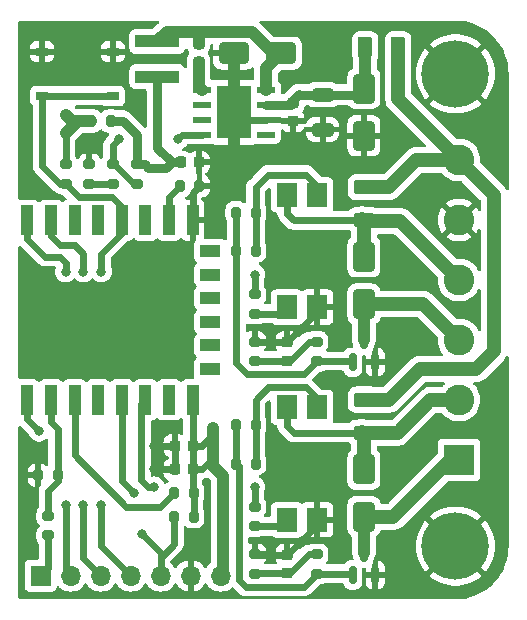
<source format=gbr>
%TF.GenerationSoftware,KiCad,Pcbnew,8.0.4*%
%TF.CreationDate,2024-07-28T20:40:06+02:00*%
%TF.ProjectId,DCWiFiSwitch,44435769-4669-4537-9769-7463682e6b69,rev?*%
%TF.SameCoordinates,Original*%
%TF.FileFunction,Copper,L1,Top*%
%TF.FilePolarity,Positive*%
%FSLAX46Y46*%
G04 Gerber Fmt 4.6, Leading zero omitted, Abs format (unit mm)*
G04 Created by KiCad (PCBNEW 8.0.4) date 2024-07-28 20:40:06*
%MOMM*%
%LPD*%
G01*
G04 APERTURE LIST*
G04 Aperture macros list*
%AMRoundRect*
0 Rectangle with rounded corners*
0 $1 Rounding radius*
0 $2 $3 $4 $5 $6 $7 $8 $9 X,Y pos of 4 corners*
0 Add a 4 corners polygon primitive as box body*
4,1,4,$2,$3,$4,$5,$6,$7,$8,$9,$2,$3,0*
0 Add four circle primitives for the rounded corners*
1,1,$1+$1,$2,$3*
1,1,$1+$1,$4,$5*
1,1,$1+$1,$6,$7*
1,1,$1+$1,$8,$9*
0 Add four rect primitives between the rounded corners*
20,1,$1+$1,$2,$3,$4,$5,0*
20,1,$1+$1,$4,$5,$6,$7,0*
20,1,$1+$1,$6,$7,$8,$9,0*
20,1,$1+$1,$8,$9,$2,$3,0*%
G04 Aperture macros list end*
%TA.AperFunction,SMDPad,CuDef*%
%ADD10RoundRect,0.200000X-0.200000X-0.275000X0.200000X-0.275000X0.200000X0.275000X-0.200000X0.275000X0*%
%TD*%
%TA.AperFunction,SMDPad,CuDef*%
%ADD11RoundRect,0.200000X-0.275000X0.200000X-0.275000X-0.200000X0.275000X-0.200000X0.275000X0.200000X0*%
%TD*%
%TA.AperFunction,SMDPad,CuDef*%
%ADD12RoundRect,0.218750X-0.256250X0.218750X-0.256250X-0.218750X0.256250X-0.218750X0.256250X0.218750X0*%
%TD*%
%TA.AperFunction,SMDPad,CuDef*%
%ADD13RoundRect,0.200000X0.275000X-0.200000X0.275000X0.200000X-0.275000X0.200000X-0.275000X-0.200000X0*%
%TD*%
%TA.AperFunction,ComponentPad*%
%ADD14C,5.700000*%
%TD*%
%TA.AperFunction,SMDPad,CuDef*%
%ADD15R,1.550000X0.600000*%
%TD*%
%TA.AperFunction,ComponentPad*%
%ADD16C,0.600000*%
%TD*%
%TA.AperFunction,SMDPad,CuDef*%
%ADD17R,2.600000X3.100000*%
%TD*%
%TA.AperFunction,SMDPad,CuDef*%
%ADD18R,2.950000X4.500000*%
%TD*%
%TA.AperFunction,SMDPad,CuDef*%
%ADD19R,3.700000X1.100000*%
%TD*%
%TA.AperFunction,SMDPad,CuDef*%
%ADD20RoundRect,0.250000X-0.650000X1.000000X-0.650000X-1.000000X0.650000X-1.000000X0.650000X1.000000X0*%
%TD*%
%TA.AperFunction,SMDPad,CuDef*%
%ADD21R,1.780000X2.000000*%
%TD*%
%TA.AperFunction,SMDPad,CuDef*%
%ADD22RoundRect,0.250000X-0.625000X0.375000X-0.625000X-0.375000X0.625000X-0.375000X0.625000X0.375000X0*%
%TD*%
%TA.AperFunction,ComponentPad*%
%ADD23R,2.600000X2.600000*%
%TD*%
%TA.AperFunction,ComponentPad*%
%ADD24C,2.600000*%
%TD*%
%TA.AperFunction,SMDPad,CuDef*%
%ADD25RoundRect,0.200000X0.200000X0.275000X-0.200000X0.275000X-0.200000X-0.275000X0.200000X-0.275000X0*%
%TD*%
%TA.AperFunction,SMDPad,CuDef*%
%ADD26R,1.000000X2.500000*%
%TD*%
%TA.AperFunction,SMDPad,CuDef*%
%ADD27R,1.800000X1.000000*%
%TD*%
%TA.AperFunction,SMDPad,CuDef*%
%ADD28RoundRect,0.225000X0.250000X-0.225000X0.250000X0.225000X-0.250000X0.225000X-0.250000X-0.225000X0*%
%TD*%
%TA.AperFunction,SMDPad,CuDef*%
%ADD29RoundRect,0.250000X1.000000X0.650000X-1.000000X0.650000X-1.000000X-0.650000X1.000000X-0.650000X0*%
%TD*%
%TA.AperFunction,SMDPad,CuDef*%
%ADD30RoundRect,0.250000X0.375000X0.625000X-0.375000X0.625000X-0.375000X-0.625000X0.375000X-0.625000X0*%
%TD*%
%TA.AperFunction,SMDPad,CuDef*%
%ADD31RoundRect,0.150000X0.150000X-0.587500X0.150000X0.587500X-0.150000X0.587500X-0.150000X-0.587500X0*%
%TD*%
%TA.AperFunction,SMDPad,CuDef*%
%ADD32R,1.000000X0.750000*%
%TD*%
%TA.AperFunction,ComponentPad*%
%ADD33R,1.700000X1.700000*%
%TD*%
%TA.AperFunction,ComponentPad*%
%ADD34O,1.700000X1.700000*%
%TD*%
%TA.AperFunction,SMDPad,CuDef*%
%ADD35RoundRect,0.225000X-0.250000X0.225000X-0.250000X-0.225000X0.250000X-0.225000X0.250000X0.225000X0*%
%TD*%
%TA.AperFunction,SMDPad,CuDef*%
%ADD36RoundRect,0.225000X-0.225000X-0.250000X0.225000X-0.250000X0.225000X0.250000X-0.225000X0.250000X0*%
%TD*%
%TA.AperFunction,SMDPad,CuDef*%
%ADD37RoundRect,0.250000X-0.650000X0.325000X-0.650000X-0.325000X0.650000X-0.325000X0.650000X0.325000X0*%
%TD*%
%TA.AperFunction,ViaPad*%
%ADD38C,0.800000*%
%TD*%
%TA.AperFunction,Conductor*%
%ADD39C,0.600000*%
%TD*%
%TA.AperFunction,Conductor*%
%ADD40C,1.000000*%
%TD*%
%TA.AperFunction,Conductor*%
%ADD41C,0.800000*%
%TD*%
%TA.AperFunction,Conductor*%
%ADD42C,1.200000*%
%TD*%
G04 APERTURE END LIST*
D10*
%TO.P,R20,1*%
%TO.N,GND*%
X99675000Y-79000000D03*
%TO.P,R20,2*%
%TO.N,Net-(U4-ADC)*%
X101325000Y-79000000D03*
%TD*%
D11*
%TO.P,R19,1*%
%TO.N,Net-(U4-ADC)*%
X100500000Y-82425000D03*
%TO.P,R19,2*%
%TO.N,ADC*%
X100500000Y-84075000D03*
%TD*%
D12*
%TO.P,D4,1,K*%
%TO.N,GND*%
X120750000Y-67712500D03*
%TO.P,D4,2,A*%
%TO.N,Net-(D4-A)*%
X120750000Y-69287500D03*
%TD*%
D13*
%TO.P,R17,1*%
%TO.N,BOOT*%
X102000000Y-54325000D03*
%TO.P,R17,2*%
%TO.N,+3V3*%
X102000000Y-52675000D03*
%TD*%
D14*
%TO.P,H3,1,1*%
%TO.N,GND*%
X135000000Y-45000000D03*
%TD*%
%TO.P,H4,1,1*%
%TO.N,GND*%
X135000000Y-85000000D03*
%TD*%
D15*
%TO.P,U1,1,BOOT*%
%TO.N,Net-(U1-BOOT)*%
X113550000Y-46345000D03*
%TO.P,U1,2,NC*%
%TO.N,unconnected-(U1-NC-Pad2)*%
X113550000Y-47615000D03*
%TO.P,U1,3,NC*%
%TO.N,unconnected-(U1-NC-Pad3)*%
X113550000Y-48885000D03*
%TO.P,U1,4,VSENSE*%
%TO.N,Net-(U1-VSENSE)*%
X113550000Y-50155000D03*
%TO.P,U1,5,EN*%
%TO.N,unconnected-(U1-EN-Pad5)*%
X118950000Y-50155000D03*
%TO.P,U1,6,GND*%
%TO.N,GND*%
X118950000Y-48885000D03*
%TO.P,U1,7,VIN*%
%TO.N,Net-(D1-K)*%
X118950000Y-47615000D03*
%TO.P,U1,8,PH*%
%TO.N,Net-(D2-K)*%
X118950000Y-46345000D03*
D16*
%TO.P,U1,9,GNDPAD*%
%TO.N,GND*%
X115650000Y-46450000D03*
X115650000Y-47650000D03*
X115650000Y-48950000D03*
X115650000Y-50050000D03*
D17*
X116250000Y-48250000D03*
D18*
X116250000Y-48250000D03*
D16*
X116850000Y-46450000D03*
X116850000Y-47650000D03*
X116850000Y-48950000D03*
X116850000Y-50050000D03*
%TD*%
D13*
%TO.P,R8,1*%
%TO.N,Net-(Q1-G)*%
X123250000Y-69325000D03*
%TO.P,R8,2*%
%TO.N,Net-(D4-A)*%
X123250000Y-67675000D03*
%TD*%
D19*
%TO.P,L1,1,1*%
%TO.N,Net-(D2-K)*%
X109750000Y-42250000D03*
%TO.P,L1,2,2*%
%TO.N,Net-(C4-Pad1)*%
X109750000Y-45250000D03*
%TD*%
D12*
%TO.P,D6,1,K*%
%TO.N,GND*%
X120750000Y-85712500D03*
%TO.P,D6,2,A*%
%TO.N,Net-(D6-A)*%
X120750000Y-87287500D03*
%TD*%
D20*
%TO.P,D5,1,K*%
%TO.N,OUT2_P*%
X127250000Y-78500000D03*
%TO.P,D5,2,A*%
%TO.N,OUT2_N*%
X127250000Y-82500000D03*
%TD*%
D21*
%TO.P,U3,1*%
%TO.N,Net-(R10-Pad1)*%
X120730000Y-82765000D03*
%TO.P,U3,2*%
%TO.N,GND*%
X123270000Y-82765000D03*
%TO.P,U3,3*%
%TO.N,Net-(R11-Pad1)*%
X123270000Y-73235000D03*
%TO.P,U3,4*%
%TO.N,OUT2_P*%
X120730000Y-73235000D03*
%TD*%
D11*
%TO.P,R9,1*%
%TO.N,GND*%
X118000000Y-67675000D03*
%TO.P,R9,2*%
%TO.N,Net-(D4-A)*%
X118000000Y-69325000D03*
%TD*%
D22*
%TO.P,F3,1*%
%TO.N,PWR_INPUT*%
X127250000Y-72600000D03*
%TO.P,F3,2*%
%TO.N,OUT2_P*%
X127250000Y-75400000D03*
%TD*%
D23*
%TO.P,J1,1,Pin_1*%
%TO.N,OUT2_N*%
X135305000Y-77700000D03*
D24*
%TO.P,J1,2,Pin_2*%
%TO.N,OUT2_P*%
X135305000Y-72620000D03*
%TO.P,J1,3,Pin_3*%
%TO.N,OUT1_N*%
X135305000Y-67540000D03*
%TO.P,J1,4,Pin_4*%
%TO.N,OUT1_P*%
X135305000Y-62460000D03*
%TO.P,J1,5,Pin_5*%
%TO.N,GND*%
X135305000Y-57380000D03*
%TO.P,J1,6,Pin_6*%
%TO.N,PWR_INPUT*%
X135305000Y-52300000D03*
%TD*%
D25*
%TO.P,R6,1*%
%TO.N,Net-(R6-Pad1)*%
X118075000Y-60000000D03*
%TO.P,R6,2*%
%TO.N,Net-(Q1-G)*%
X116425000Y-60000000D03*
%TD*%
D13*
%TO.P,R10,1*%
%TO.N,Net-(R10-Pad1)*%
X118000000Y-83325000D03*
%TO.P,R10,2*%
%TO.N,CTRL2*%
X118000000Y-81675000D03*
%TD*%
D26*
%TO.P,U4,1,~{RST}*%
%TO.N,NRST*%
X98750000Y-72600000D03*
%TO.P,U4,2,ADC*%
%TO.N,Net-(U4-ADC)*%
X100750000Y-72600000D03*
%TO.P,U4,3,EN*%
%TO.N,Net-(U4-EN)*%
X102750000Y-72600000D03*
%TO.P,U4,4,GPIO16*%
%TO.N,unconnected-(U4-GPIO16-Pad4)*%
X104750000Y-72600000D03*
%TO.P,U4,5,GPIO14*%
%TO.N,CTRL2*%
X106750000Y-72600000D03*
%TO.P,U4,6,GPIO12*%
%TO.N,CTRL1*%
X108750000Y-72600000D03*
%TO.P,U4,7,GPIO13*%
%TO.N,unconnected-(U4-GPIO13-Pad7)*%
X110750000Y-72600000D03*
%TO.P,U4,8,VCC*%
%TO.N,+3V3*%
X112750000Y-72600000D03*
D27*
%TO.P,U4,9,CS0*%
%TO.N,unconnected-(U4-CS0-Pad9)*%
X114250000Y-70000000D03*
%TO.P,U4,10,MISO*%
%TO.N,unconnected-(U4-MISO-Pad10)*%
X114250000Y-68000000D03*
%TO.P,U4,11,GPIO9*%
%TO.N,unconnected-(U4-GPIO9-Pad11)*%
X114250000Y-66000000D03*
%TO.P,U4,12,GPIO10*%
%TO.N,unconnected-(U4-GPIO10-Pad12)*%
X114250000Y-64000000D03*
%TO.P,U4,13,MOSI*%
%TO.N,unconnected-(U4-MOSI-Pad13)*%
X114250000Y-62000000D03*
%TO.P,U4,14,SCLK*%
%TO.N,unconnected-(U4-SCLK-Pad14)*%
X114250000Y-60000000D03*
D26*
%TO.P,U4,15,GND*%
%TO.N,GND*%
X112750000Y-57400000D03*
%TO.P,U4,16,GPIO15*%
%TO.N,Net-(U4-GPIO15)*%
X110750000Y-57400000D03*
%TO.P,U4,17,GPIO2*%
%TO.N,unconnected-(U4-GPIO2-Pad17)*%
X108750000Y-57400000D03*
%TO.P,U4,18,GPIO0*%
%TO.N,BOOT*%
X106750000Y-57400000D03*
%TO.P,U4,19,GPIO4*%
%TO.N,unconnected-(U4-GPIO4-Pad19)*%
X104750000Y-57400000D03*
%TO.P,U4,20,GPIO5*%
%TO.N,unconnected-(U4-GPIO5-Pad20)*%
X102750000Y-57400000D03*
%TO.P,U4,21,GPIO3/RXD*%
%TO.N,RXD*%
X100750000Y-57400000D03*
%TO.P,U4,22,GPIO1/TXD*%
%TO.N,TXD*%
X98750000Y-57400000D03*
%TD*%
D28*
%TO.P,C1,1*%
%TO.N,Net-(U1-BOOT)*%
X113250000Y-44025000D03*
%TO.P,C1,2*%
%TO.N,Net-(D2-K)*%
X113250000Y-42475000D03*
%TD*%
D25*
%TO.P,R7,1*%
%TO.N,Net-(R6-Pad1)*%
X118075000Y-56750000D03*
%TO.P,R7,2*%
%TO.N,Net-(Q1-G)*%
X116425000Y-56750000D03*
%TD*%
D29*
%TO.P,D2,1,K*%
%TO.N,Net-(D2-K)*%
X120250000Y-43250000D03*
%TO.P,D2,2,A*%
%TO.N,GND*%
X116250000Y-43250000D03*
%TD*%
D30*
%TO.P,F1,1*%
%TO.N,PWR_INPUT*%
X130150000Y-42750000D03*
%TO.P,F1,2*%
%TO.N,Net-(D1-K)*%
X127350000Y-42750000D03*
%TD*%
D10*
%TO.P,R1,1*%
%TO.N,+3V3*%
X104175000Y-49000000D03*
%TO.P,R1,2*%
%TO.N,Net-(C4-Pad1)*%
X105825000Y-49000000D03*
%TD*%
D11*
%TO.P,R14,1*%
%TO.N,GND*%
X118000000Y-85675000D03*
%TO.P,R14,2*%
%TO.N,Net-(D6-A)*%
X118000000Y-87325000D03*
%TD*%
D10*
%TO.P,R16,1*%
%TO.N,NRST*%
X111175000Y-82500000D03*
%TO.P,R16,2*%
%TO.N,+3V3*%
X112825000Y-82500000D03*
%TD*%
D21*
%TO.P,U2,1*%
%TO.N,Net-(R5-Pad1)*%
X120730000Y-64765000D03*
%TO.P,U2,2*%
%TO.N,GND*%
X123270000Y-64765000D03*
%TO.P,U2,3*%
%TO.N,Net-(R6-Pad1)*%
X123270000Y-55235000D03*
%TO.P,U2,4*%
%TO.N,OUT1_P*%
X120730000Y-55235000D03*
%TD*%
D10*
%TO.P,R15,1*%
%TO.N,Net-(U4-EN)*%
X111175000Y-80500000D03*
%TO.P,R15,2*%
%TO.N,+3V3*%
X112825000Y-80500000D03*
%TD*%
D13*
%TO.P,R3,1*%
%TO.N,Net-(R3-Pad1)*%
X106000000Y-54325000D03*
%TO.P,R3,2*%
%TO.N,Net-(U1-VSENSE)*%
X106000000Y-52675000D03*
%TD*%
%TO.P,R5,1*%
%TO.N,Net-(R5-Pad1)*%
X118000000Y-65325000D03*
%TO.P,R5,2*%
%TO.N,CTRL1*%
X118000000Y-63675000D03*
%TD*%
D31*
%TO.P,Q2,1,G*%
%TO.N,Net-(Q2-G)*%
X126300000Y-87437500D03*
%TO.P,Q2,2,S*%
%TO.N,GND*%
X128200000Y-87437500D03*
%TO.P,Q2,3,D*%
%TO.N,OUT2_N*%
X127250000Y-85562500D03*
%TD*%
D13*
%TO.P,R2,1*%
%TO.N,Net-(U1-VSENSE)*%
X108000000Y-54325000D03*
%TO.P,R2,2*%
%TO.N,Net-(C4-Pad1)*%
X108000000Y-52675000D03*
%TD*%
D32*
%TO.P,SW1,1,1*%
%TO.N,BOOT*%
X106000000Y-46875000D03*
X100000000Y-46875000D03*
%TO.P,SW1,2,2*%
%TO.N,GND*%
X106000000Y-43125000D03*
X100000000Y-43125000D03*
%TD*%
D33*
%TO.P,J2,1,Pin_1*%
%TO.N,ADC*%
X99880000Y-87500000D03*
D34*
%TO.P,J2,2,Pin_2*%
%TO.N,TXD*%
X102420000Y-87500000D03*
%TO.P,J2,3,Pin_3*%
%TO.N,RXD*%
X104960000Y-87500000D03*
%TO.P,J2,4,Pin_4*%
%TO.N,BOOT*%
X107500000Y-87500000D03*
%TO.P,J2,5,Pin_5*%
%TO.N,NRST*%
X110040000Y-87500000D03*
%TO.P,J2,6,Pin_6*%
%TO.N,GND*%
X112580000Y-87500000D03*
%TO.P,J2,7,Pin_7*%
%TO.N,+3V3*%
X115120000Y-87500000D03*
%TD*%
D35*
%TO.P,C3,1*%
%TO.N,Net-(D1-K)*%
X121250000Y-47475000D03*
%TO.P,C3,2*%
%TO.N,GND*%
X121250000Y-49025000D03*
%TD*%
D36*
%TO.P,C4,1*%
%TO.N,Net-(C4-Pad1)*%
X111725000Y-52500000D03*
%TO.P,C4,2*%
%TO.N,GND*%
X113275000Y-52500000D03*
%TD*%
D13*
%TO.P,R13,1*%
%TO.N,Net-(Q2-G)*%
X123250000Y-87325000D03*
%TO.P,R13,2*%
%TO.N,Net-(D6-A)*%
X123250000Y-85675000D03*
%TD*%
D20*
%TO.P,D3,1,K*%
%TO.N,OUT1_P*%
X127250000Y-60500000D03*
%TO.P,D3,2,A*%
%TO.N,OUT1_N*%
X127250000Y-64500000D03*
%TD*%
D31*
%TO.P,Q1,1,G*%
%TO.N,Net-(Q1-G)*%
X126300000Y-69437500D03*
%TO.P,Q1,2,S*%
%TO.N,GND*%
X128200000Y-69437500D03*
%TO.P,Q1,3,D*%
%TO.N,OUT1_N*%
X127250000Y-67562500D03*
%TD*%
D20*
%TO.P,D1,1,K*%
%TO.N,Net-(D1-K)*%
X127250000Y-46250000D03*
%TO.P,D1,2,A*%
%TO.N,GND*%
X127250000Y-50250000D03*
%TD*%
D36*
%TO.P,C6,1*%
%TO.N,GND*%
X111225000Y-78500000D03*
%TO.P,C6,2*%
%TO.N,+3V3*%
X112775000Y-78500000D03*
%TD*%
D37*
%TO.P,C2,1*%
%TO.N,Net-(D1-K)*%
X123750000Y-46775000D03*
%TO.P,C2,2*%
%TO.N,GND*%
X123750000Y-49725000D03*
%TD*%
D25*
%TO.P,R12,1*%
%TO.N,Net-(R11-Pad1)*%
X118075000Y-78000000D03*
%TO.P,R12,2*%
%TO.N,Net-(Q2-G)*%
X116425000Y-78000000D03*
%TD*%
D22*
%TO.P,F2,1*%
%TO.N,PWR_INPUT*%
X127250000Y-54600000D03*
%TO.P,F2,2*%
%TO.N,OUT1_P*%
X127250000Y-57400000D03*
%TD*%
D25*
%TO.P,R18,1*%
%TO.N,GND*%
X113325000Y-54500000D03*
%TO.P,R18,2*%
%TO.N,Net-(U4-GPIO15)*%
X111675000Y-54500000D03*
%TD*%
%TO.P,R11,1*%
%TO.N,Net-(R11-Pad1)*%
X118075000Y-74750000D03*
%TO.P,R11,2*%
%TO.N,Net-(Q2-G)*%
X116425000Y-74750000D03*
%TD*%
D11*
%TO.P,R4,1*%
%TO.N,GND*%
X104000000Y-52675000D03*
%TO.P,R4,2*%
%TO.N,Net-(R3-Pad1)*%
X104000000Y-54325000D03*
%TD*%
D36*
%TO.P,C5,1*%
%TO.N,GND*%
X111225000Y-76500000D03*
%TO.P,C5,2*%
%TO.N,+3V3*%
X112775000Y-76500000D03*
%TD*%
D38*
%TO.N,GND*%
X98500000Y-76500000D03*
X131500000Y-62500000D03*
X138000000Y-81500000D03*
X131500000Y-76500000D03*
X98750000Y-54000000D03*
X130000000Y-88500000D03*
X115500000Y-54500000D03*
X120500000Y-78000000D03*
X98750000Y-85000000D03*
X109000000Y-60750000D03*
X110000000Y-75000000D03*
X105500000Y-41500000D03*
X138000000Y-49000000D03*
X131500000Y-66500000D03*
X109000000Y-69250000D03*
X124000000Y-44500000D03*
X123500000Y-80000000D03*
X99000000Y-62500000D03*
X99000000Y-69250000D03*
X130500000Y-68500000D03*
X133000000Y-55500000D03*
X113750000Y-85000000D03*
X116500000Y-53000000D03*
X109000000Y-67500000D03*
X131500000Y-77500000D03*
X131500000Y-67500000D03*
X120500000Y-60000000D03*
X124500000Y-89000000D03*
X109500000Y-78500000D03*
X104750000Y-50500000D03*
X99000000Y-67500000D03*
X99000000Y-65000000D03*
X125500000Y-56000000D03*
X108000000Y-47500000D03*
X109000000Y-62500000D03*
X123500000Y-59000000D03*
X132000000Y-88500000D03*
X125500000Y-74000000D03*
X123500000Y-62000000D03*
X125500000Y-71000000D03*
X132500000Y-54000000D03*
X131500000Y-55500000D03*
X124000000Y-42000000D03*
X109500000Y-76500000D03*
X100500000Y-41500000D03*
X130500000Y-84500000D03*
X125500000Y-53000000D03*
X131500000Y-61500000D03*
X123500000Y-77000000D03*
%TO.N,+3V3*%
X102000000Y-50000000D03*
X114500000Y-77000000D03*
X114500000Y-75000000D03*
X102000000Y-48500000D03*
%TO.N,TXD*%
X102000000Y-61750000D03*
X102000000Y-81500000D03*
%TO.N,BOOT*%
X105000000Y-61750000D03*
X105000000Y-81500000D03*
%TO.N,RXD*%
X103500000Y-81500000D03*
X103500000Y-61750000D03*
%TO.N,NRST*%
X99750000Y-75250000D03*
X108500000Y-84000000D03*
%TO.N,Net-(U1-VSENSE)*%
X106500000Y-50500000D03*
X111500000Y-50500000D03*
%TO.N,CTRL1*%
X109500000Y-80000000D03*
X118000000Y-62000000D03*
%TO.N,CTRL2*%
X118000000Y-80000000D03*
X107750000Y-80500000D03*
%TD*%
D39*
%TO.N,Net-(U4-ADC)*%
X101325000Y-75075000D02*
X100750000Y-74500000D01*
X101325000Y-79000000D02*
X101325000Y-75075000D01*
X100750000Y-74500000D02*
X100750000Y-72600000D01*
X101325000Y-79475000D02*
X101325000Y-79000000D01*
X100500000Y-80300000D02*
X101325000Y-79475000D01*
X100500000Y-82425000D02*
X100500000Y-80300000D01*
%TO.N,ADC*%
X100500000Y-86880000D02*
X99880000Y-87500000D01*
X100500000Y-84075000D02*
X100500000Y-86880000D01*
D40*
%TO.N,Net-(U1-BOOT)*%
X113250000Y-46045000D02*
X113550000Y-46345000D01*
X113250000Y-44025000D02*
X113250000Y-46045000D01*
%TO.N,Net-(D2-K)*%
X119533274Y-43250000D02*
X117733274Y-41450000D01*
X117733274Y-41450000D02*
X113250000Y-41450000D01*
X120250000Y-43250000D02*
X119533274Y-43250000D01*
X113250000Y-41450000D02*
X110550000Y-41450000D01*
X118950000Y-44550000D02*
X120250000Y-43250000D01*
X113250000Y-42475000D02*
X113250000Y-41450000D01*
X118950000Y-46345000D02*
X118950000Y-44550000D01*
X110550000Y-41450000D02*
X109750000Y-42250000D01*
D39*
%TO.N,GND*%
X123270000Y-83192500D02*
X120750000Y-85712500D01*
X111225000Y-78500000D02*
X109500000Y-78500000D01*
D40*
X116250000Y-48250000D02*
X116250000Y-52750000D01*
D39*
X123270000Y-82765000D02*
X123270000Y-83192500D01*
X111225000Y-78500000D02*
X111225000Y-76500000D01*
X111225000Y-76500000D02*
X109500000Y-76500000D01*
X112750000Y-57400000D02*
X112750000Y-55075000D01*
X120750000Y-85712500D02*
X118037500Y-85712500D01*
X120750000Y-67712500D02*
X123270000Y-65192500D01*
D40*
X116250000Y-43250000D02*
X116250000Y-48250000D01*
D39*
X118037500Y-85712500D02*
X118000000Y-85675000D01*
X120750000Y-67712500D02*
X118037500Y-67712500D01*
X112750000Y-55075000D02*
X113325000Y-54500000D01*
X116885000Y-48885000D02*
X116250000Y-48250000D01*
D40*
X116250000Y-52750000D02*
X116500000Y-53000000D01*
D39*
X118037500Y-67712500D02*
X118000000Y-67675000D01*
X118950000Y-48885000D02*
X116885000Y-48885000D01*
X123270000Y-65192500D02*
X123270000Y-64765000D01*
D40*
%TO.N,+3V3*%
X104175000Y-49000000D02*
X102500000Y-49000000D01*
X103000000Y-49000000D02*
X102000000Y-50000000D01*
D39*
X112825000Y-80500000D02*
X112825000Y-82500000D01*
X113500000Y-78500000D02*
X112775000Y-78500000D01*
X102000000Y-50175000D02*
X102000000Y-50175000D01*
X112775000Y-76500000D02*
X112775000Y-78500000D01*
D40*
X102500000Y-49000000D02*
X102000000Y-48500000D01*
D39*
X114500000Y-77000000D02*
X114500000Y-77500000D01*
D40*
X114500000Y-78250000D02*
X114500000Y-75000000D01*
D39*
X114500000Y-75500000D02*
X114500000Y-75000000D01*
X112775000Y-76500000D02*
X113500000Y-76500000D01*
X102000000Y-50175000D02*
X102000000Y-52675000D01*
D40*
X104175000Y-49000000D02*
X103000000Y-49000000D01*
D39*
X112775000Y-80450000D02*
X112825000Y-80500000D01*
D40*
X115300000Y-79050000D02*
X114500000Y-78250000D01*
X115120000Y-87500000D02*
X115300000Y-87320000D01*
D39*
X112775000Y-78500000D02*
X112775000Y-80450000D01*
X102000000Y-50000000D02*
X102000000Y-50175000D01*
X112750000Y-76475000D02*
X112775000Y-76500000D01*
X113500000Y-76500000D02*
X114500000Y-75500000D01*
X114500000Y-77500000D02*
X113500000Y-78500000D01*
D40*
X115300000Y-87320000D02*
X115300000Y-79050000D01*
D39*
X112750000Y-72600000D02*
X112750000Y-76475000D01*
%TO.N,Net-(D4-A)*%
X118037500Y-69287500D02*
X118000000Y-69325000D01*
X120750000Y-69287500D02*
X118037500Y-69287500D01*
X120955370Y-69287500D02*
X120750000Y-69287500D01*
X123250000Y-67675000D02*
X122567870Y-67675000D01*
X122567870Y-67675000D02*
X120955370Y-69287500D01*
D41*
%TO.N,Net-(D1-K)*%
X121080000Y-47645000D02*
X118950000Y-47645000D01*
X121250000Y-47475000D02*
X121080000Y-47645000D01*
X123750000Y-46775000D02*
X126725000Y-46775000D01*
D40*
X127350000Y-42750000D02*
X127350000Y-46150000D01*
D41*
X126725000Y-46775000D02*
X127250000Y-46250000D01*
X121250000Y-47250000D02*
X121750000Y-46750000D01*
X121250000Y-47475000D02*
X121250000Y-47250000D01*
X121775000Y-46775000D02*
X123750000Y-46775000D01*
D40*
X127350000Y-46150000D02*
X127250000Y-46250000D01*
D41*
X121750000Y-46750000D02*
X121775000Y-46775000D01*
D39*
%TO.N,TXD*%
X98750000Y-57400000D02*
X98750000Y-59000000D01*
X101500000Y-60500000D02*
X102000000Y-61000000D01*
X102000000Y-81500000D02*
X102000000Y-87080000D01*
X102000000Y-87080000D02*
X102420000Y-87500000D01*
X101499999Y-60500001D02*
X101500000Y-60500000D01*
X100250001Y-60500001D02*
X101499999Y-60500001D01*
X98750000Y-59000000D02*
X100250001Y-60500001D01*
X102000000Y-61000000D02*
X102000000Y-61750000D01*
%TO.N,BOOT*%
X106750000Y-58500000D02*
X105000000Y-60250000D01*
X106750000Y-57400000D02*
X106750000Y-58500000D01*
X103125000Y-55450000D02*
X105950000Y-55450000D01*
X106750000Y-56250000D02*
X106750000Y-57400000D01*
X107500000Y-87500000D02*
X105000000Y-85000000D01*
X100000000Y-46875000D02*
X106000000Y-46875000D01*
X105000000Y-85000000D02*
X105000000Y-81500000D01*
X102000000Y-54325000D02*
X103125000Y-55450000D01*
X100000000Y-52800000D02*
X100000000Y-46875000D01*
X101525000Y-54325000D02*
X100000000Y-52800000D01*
X105950000Y-55450000D02*
X106750000Y-56250000D01*
X102000000Y-54325000D02*
X101525000Y-54325000D01*
X105000000Y-61750000D02*
X105000000Y-60250000D01*
%TO.N,RXD*%
X100750000Y-58750000D02*
X100750000Y-57400000D01*
X102750000Y-59500000D02*
X101500000Y-59500000D01*
X104960000Y-87500000D02*
X103500000Y-86040000D01*
X103500000Y-86040000D02*
X103500000Y-81500000D01*
X103500000Y-61750000D02*
X103500000Y-60250000D01*
X103500000Y-60250000D02*
X102750000Y-59500000D01*
X101500000Y-59500000D02*
X100750000Y-58750000D01*
%TO.N,NRST*%
X110040000Y-87500000D02*
X110040000Y-85960000D01*
X110040000Y-85960000D02*
X111175000Y-84825000D01*
X98750000Y-72600000D02*
X98750000Y-74250000D01*
X98750000Y-74250000D02*
X99750000Y-75250000D01*
X110040000Y-85540000D02*
X110040000Y-85960000D01*
X108500000Y-84000000D02*
X110040000Y-85540000D01*
X111175000Y-84825000D02*
X111175000Y-82500000D01*
%TO.N,Net-(Q1-G)*%
X116425000Y-69503334D02*
X116425000Y-60000000D01*
X122150000Y-70425000D02*
X117346666Y-70425000D01*
X123250000Y-69325000D02*
X122150000Y-70425000D01*
X117346666Y-70425000D02*
X116425000Y-69503334D01*
X126187500Y-69325000D02*
X126300000Y-69437500D01*
X123250000Y-69325000D02*
X126187500Y-69325000D01*
X116425000Y-56750000D02*
X116425000Y-60000000D01*
%TO.N,Net-(Q2-G)*%
X126187500Y-87325000D02*
X126300000Y-87437500D01*
X117225000Y-88425000D02*
X122150000Y-88425000D01*
X116670000Y-78245000D02*
X116670000Y-87870000D01*
X123250000Y-87325000D02*
X122150000Y-88425000D01*
X116425000Y-74750000D02*
X116425000Y-78000000D01*
X123250000Y-87325000D02*
X126187500Y-87325000D01*
X116425000Y-78000000D02*
X116670000Y-78245000D01*
X116670000Y-87870000D02*
X117225000Y-88425000D01*
%TO.N,Net-(D6-A)*%
X122567870Y-85675000D02*
X120955370Y-87287500D01*
X123250000Y-85675000D02*
X122567870Y-85675000D01*
X118037500Y-87287500D02*
X118000000Y-87325000D01*
X120955370Y-87287500D02*
X120750000Y-87287500D01*
X120750000Y-87287500D02*
X118037500Y-87287500D01*
%TO.N,Net-(U1-VSENSE)*%
X107753334Y-54325000D02*
X108000000Y-54325000D01*
X113550000Y-50155000D02*
X111845000Y-50155000D01*
X106103334Y-52675000D02*
X107753334Y-54325000D01*
X106000000Y-51000000D02*
X106500000Y-50500000D01*
X111845000Y-50155000D02*
X111500000Y-50500000D01*
X106000000Y-52675000D02*
X106000000Y-51000000D01*
X106000000Y-52675000D02*
X106103334Y-52675000D01*
%TO.N,Net-(R3-Pad1)*%
X106000000Y-54325000D02*
X104000000Y-54325000D01*
%TO.N,Net-(R6-Pad1)*%
X122320000Y-53535000D02*
X119140000Y-53535000D01*
X119140000Y-53535000D02*
X118075000Y-54600000D01*
X123270000Y-55235000D02*
X123270000Y-54485000D01*
X118075000Y-56750000D02*
X118075000Y-60000000D01*
X123270000Y-54485000D02*
X122320000Y-53535000D01*
X118075000Y-54600000D02*
X118075000Y-56750000D01*
%TO.N,Net-(R5-Pad1)*%
X118000000Y-65325000D02*
X120170000Y-65325000D01*
X120170000Y-65325000D02*
X120730000Y-64765000D01*
%TO.N,CTRL1*%
X109000000Y-80000000D02*
X109500000Y-80000000D01*
X108400000Y-72950000D02*
X108400000Y-79400000D01*
X108750000Y-72600000D02*
X108400000Y-72950000D01*
X108400000Y-79400000D02*
X109000000Y-80000000D01*
X118000000Y-62000000D02*
X118000000Y-63675000D01*
%TO.N,Net-(R10-Pad1)*%
X120170000Y-83325000D02*
X120730000Y-82765000D01*
X118000000Y-83325000D02*
X120170000Y-83325000D01*
%TO.N,CTRL2*%
X106750000Y-72600000D02*
X106750000Y-79500000D01*
X118000000Y-81675000D02*
X118000000Y-80000000D01*
X106750000Y-79500000D02*
X107750000Y-80500000D01*
%TO.N,Net-(R11-Pad1)*%
X122320000Y-71535000D02*
X123270000Y-72485000D01*
X118075000Y-74750000D02*
X118075000Y-72600000D01*
X118075000Y-72600000D02*
X119140000Y-71535000D01*
X118075000Y-74750000D02*
X118075000Y-78000000D01*
X119140000Y-71535000D02*
X122320000Y-71535000D01*
X123270000Y-72485000D02*
X123270000Y-73235000D01*
%TO.N,Net-(U4-EN)*%
X102750000Y-72600000D02*
X102750000Y-77305635D01*
X107119365Y-81675000D02*
X109500000Y-81675000D01*
X111175000Y-80500000D02*
X110000000Y-81675000D01*
X109500000Y-81675000D02*
X109675000Y-81675000D01*
X102750000Y-77305635D02*
X107119365Y-81675000D01*
X109500000Y-81675000D02*
X110000000Y-81675000D01*
%TO.N,Net-(U4-GPIO15)*%
X110750000Y-55425000D02*
X110750000Y-57400000D01*
X111675000Y-54500000D02*
X110750000Y-55425000D01*
D41*
%TO.N,Net-(C4-Pad1)*%
X110500000Y-53000000D02*
X111000000Y-52500000D01*
X109000000Y-53000000D02*
X110500000Y-53000000D01*
X108675000Y-52675000D02*
X109000000Y-53000000D01*
X108000000Y-50175000D02*
X106825000Y-49000000D01*
X108000000Y-50175000D02*
X108000000Y-52675000D01*
X109750000Y-51250000D02*
X109750000Y-45250000D01*
X111725000Y-52500000D02*
X111000000Y-52500000D01*
X111000000Y-52500000D02*
X109750000Y-51250000D01*
X106825000Y-49000000D02*
X105825000Y-49000000D01*
X108000000Y-52675000D02*
X108675000Y-52675000D01*
D42*
%TO.N,PWR_INPUT*%
X130150000Y-42750000D02*
X130150000Y-47145000D01*
X130150000Y-47145000D02*
X135305000Y-52300000D01*
X132000000Y-70000000D02*
X129400000Y-72600000D01*
X135305000Y-52300000D02*
X131700000Y-52300000D01*
X138250000Y-68500000D02*
X136750000Y-70000000D01*
X129400000Y-54600000D02*
X127250000Y-54600000D01*
X129400000Y-72600000D02*
X127250000Y-72600000D01*
X136750000Y-70000000D02*
X132000000Y-70000000D01*
X131700000Y-52300000D02*
X129400000Y-54600000D01*
X135305000Y-52300000D02*
X138250000Y-55245000D01*
X138250000Y-55245000D02*
X138250000Y-68500000D01*
%TO.N,OUT1_N*%
X132250000Y-64500000D02*
X127250000Y-64500000D01*
D40*
X127250000Y-67562500D02*
X127250000Y-64500000D01*
D42*
X133750000Y-66000000D02*
X132250000Y-64500000D01*
X133765000Y-66000000D02*
X133750000Y-66000000D01*
X135305000Y-67540000D02*
X133765000Y-66000000D01*
%TO.N,OUT1_P*%
X127350000Y-57500000D02*
X127250000Y-57400000D01*
X130345000Y-57500000D02*
X127350000Y-57500000D01*
X135305000Y-62460000D02*
X130345000Y-57500000D01*
D40*
X127075000Y-57225000D02*
X127250000Y-57400000D01*
D39*
X121295000Y-57400000D02*
X127250000Y-57400000D01*
X120730000Y-56835000D02*
X121295000Y-57400000D01*
D42*
X127250000Y-60500000D02*
X127250000Y-57400000D01*
D39*
X120730000Y-55235000D02*
X120730000Y-56835000D01*
D42*
%TO.N,OUT2_N*%
X134550000Y-77700000D02*
X129750000Y-82500000D01*
X135305000Y-77700000D02*
X134550000Y-77700000D01*
X129750000Y-82500000D02*
X127250000Y-82500000D01*
D40*
X127250000Y-85562500D02*
X127250000Y-82500000D01*
D42*
%TO.N,OUT2_P*%
X135305000Y-72620000D02*
X132880000Y-72620000D01*
D39*
X120730000Y-73235000D02*
X120730000Y-74835000D01*
D42*
X132880000Y-72620000D02*
X130100000Y-75400000D01*
X127250000Y-78500000D02*
X127250000Y-75400000D01*
D39*
X120730000Y-74835000D02*
X121295000Y-75400000D01*
D42*
X130100000Y-75400000D02*
X127250000Y-75400000D01*
D39*
X121295000Y-75400000D02*
X127250000Y-75400000D01*
D40*
X127075000Y-75225000D02*
X127250000Y-75400000D01*
%TD*%
%TA.AperFunction,Conductor*%
%TO.N,GND*%
G36*
X139446945Y-68886926D02*
G01*
X139490397Y-68941641D01*
X139499500Y-68988275D01*
X139499500Y-84997293D01*
X139499382Y-85002702D01*
X139482614Y-85386750D01*
X139481671Y-85397526D01*
X139431849Y-85775957D01*
X139429971Y-85786610D01*
X139347354Y-86159272D01*
X139344554Y-86169721D01*
X139229775Y-86533755D01*
X139226075Y-86543921D01*
X139080002Y-86896572D01*
X139075430Y-86906376D01*
X138899183Y-87244942D01*
X138893775Y-87254310D01*
X138688681Y-87576244D01*
X138682476Y-87585105D01*
X138450110Y-87887930D01*
X138443156Y-87896217D01*
X138185284Y-88177635D01*
X138177635Y-88185284D01*
X137896217Y-88443156D01*
X137887930Y-88450110D01*
X137585105Y-88682476D01*
X137576244Y-88688681D01*
X137254310Y-88893775D01*
X137244942Y-88899183D01*
X136906376Y-89075430D01*
X136896572Y-89080002D01*
X136543921Y-89226075D01*
X136533755Y-89229775D01*
X136169721Y-89344554D01*
X136159272Y-89347354D01*
X135786610Y-89429971D01*
X135775957Y-89431849D01*
X135397526Y-89481671D01*
X135386750Y-89482614D01*
X135002703Y-89499382D01*
X134997294Y-89499500D01*
X98124000Y-89499500D01*
X98056961Y-89479815D01*
X98011206Y-89427011D01*
X98000000Y-89375500D01*
X98000000Y-79331582D01*
X98775001Y-79331582D01*
X98781408Y-79402102D01*
X98781409Y-79402107D01*
X98831981Y-79564396D01*
X98919927Y-79709877D01*
X99040122Y-79830072D01*
X99185604Y-79918019D01*
X99185603Y-79918019D01*
X99347894Y-79968590D01*
X99347893Y-79968590D01*
X99418408Y-79974998D01*
X99418426Y-79974999D01*
X99424999Y-79974998D01*
X99425000Y-79974998D01*
X99425000Y-79250000D01*
X98775001Y-79250000D01*
X98775001Y-79331582D01*
X98000000Y-79331582D01*
X98000000Y-78668427D01*
X98775000Y-78668427D01*
X98775000Y-78750000D01*
X99425000Y-78750000D01*
X99425000Y-78025000D01*
X99424999Y-78024999D01*
X99418436Y-78025000D01*
X99418417Y-78025001D01*
X99347897Y-78031408D01*
X99347892Y-78031409D01*
X99185603Y-78081981D01*
X99040122Y-78169927D01*
X98919927Y-78290122D01*
X98831980Y-78435604D01*
X98781409Y-78597893D01*
X98775000Y-78668427D01*
X98000000Y-78668427D01*
X98000000Y-74931440D01*
X98019685Y-74864401D01*
X98072489Y-74818646D01*
X98141647Y-74808702D01*
X98205203Y-74837727D01*
X98211681Y-74843759D01*
X98871262Y-75503340D01*
X98901512Y-75552703D01*
X98922818Y-75618277D01*
X98922821Y-75618284D01*
X99017467Y-75782216D01*
X99031023Y-75797271D01*
X99144129Y-75922888D01*
X99297265Y-76034148D01*
X99297270Y-76034151D01*
X99470192Y-76111142D01*
X99470197Y-76111144D01*
X99655354Y-76150500D01*
X99655355Y-76150500D01*
X99844644Y-76150500D01*
X99844646Y-76150500D01*
X100029803Y-76111144D01*
X100202730Y-76034151D01*
X100327616Y-75943416D01*
X100393421Y-75919937D01*
X100461475Y-75935762D01*
X100510170Y-75985868D01*
X100524500Y-76043735D01*
X100524500Y-78085188D01*
X100504815Y-78152227D01*
X100452011Y-78197982D01*
X100382853Y-78207926D01*
X100319297Y-78178901D01*
X100312819Y-78172869D01*
X100309877Y-78169927D01*
X100164395Y-78081980D01*
X100164396Y-78081980D01*
X100002105Y-78031409D01*
X100002106Y-78031409D01*
X99931572Y-78025000D01*
X99925000Y-78025000D01*
X99925000Y-79691559D01*
X99905315Y-79758598D01*
X99888681Y-79779240D01*
X99878213Y-79789707D01*
X99878210Y-79789711D01*
X99790609Y-79920814D01*
X99790602Y-79920827D01*
X99730264Y-80066498D01*
X99730261Y-80066510D01*
X99699500Y-80221153D01*
X99699500Y-81708768D01*
X99679815Y-81775807D01*
X99673115Y-81785235D01*
X99669533Y-81789807D01*
X99581522Y-81935393D01*
X99530913Y-82097807D01*
X99524500Y-82168386D01*
X99524500Y-82681613D01*
X99530913Y-82752192D01*
X99530913Y-82752194D01*
X99530914Y-82752196D01*
X99555661Y-82831613D01*
X99581522Y-82914606D01*
X99669530Y-83060188D01*
X99771661Y-83162319D01*
X99805146Y-83223642D01*
X99800162Y-83293334D01*
X99771661Y-83337681D01*
X99669531Y-83439810D01*
X99669530Y-83439811D01*
X99581522Y-83585393D01*
X99530913Y-83747807D01*
X99525782Y-83804275D01*
X99524500Y-83818384D01*
X99524500Y-84331616D01*
X99526423Y-84352778D01*
X99530913Y-84402192D01*
X99530913Y-84402194D01*
X99530914Y-84402196D01*
X99581522Y-84564606D01*
X99669528Y-84710185D01*
X99669531Y-84710188D01*
X99673112Y-84714759D01*
X99698960Y-84779672D01*
X99699500Y-84791231D01*
X99699500Y-86025500D01*
X99679815Y-86092539D01*
X99627011Y-86138294D01*
X99575500Y-86149500D01*
X98982129Y-86149500D01*
X98982123Y-86149501D01*
X98922516Y-86155908D01*
X98787671Y-86206202D01*
X98787664Y-86206206D01*
X98672455Y-86292452D01*
X98672452Y-86292455D01*
X98586206Y-86407664D01*
X98586202Y-86407671D01*
X98535908Y-86542517D01*
X98529501Y-86602116D01*
X98529500Y-86602135D01*
X98529500Y-88397870D01*
X98529501Y-88397876D01*
X98535908Y-88457483D01*
X98586202Y-88592328D01*
X98586206Y-88592335D01*
X98672452Y-88707544D01*
X98672455Y-88707547D01*
X98787664Y-88793793D01*
X98787671Y-88793797D01*
X98922517Y-88844091D01*
X98922516Y-88844091D01*
X98929444Y-88844835D01*
X98982127Y-88850500D01*
X100777872Y-88850499D01*
X100837483Y-88844091D01*
X100972331Y-88793796D01*
X101087546Y-88707546D01*
X101173796Y-88592331D01*
X101222810Y-88460916D01*
X101264681Y-88404984D01*
X101330145Y-88380566D01*
X101398418Y-88395417D01*
X101426673Y-88416569D01*
X101548599Y-88538495D01*
X101645384Y-88606265D01*
X101742165Y-88674032D01*
X101742167Y-88674033D01*
X101742170Y-88674035D01*
X101956337Y-88773903D01*
X102184592Y-88835063D01*
X102361034Y-88850500D01*
X102419999Y-88855659D01*
X102420000Y-88855659D01*
X102420001Y-88855659D01*
X102478966Y-88850500D01*
X102655408Y-88835063D01*
X102883663Y-88773903D01*
X103097830Y-88674035D01*
X103291401Y-88538495D01*
X103458495Y-88371401D01*
X103588425Y-88185842D01*
X103643002Y-88142217D01*
X103712500Y-88135023D01*
X103774855Y-88166546D01*
X103791575Y-88185842D01*
X103921281Y-88371082D01*
X103921505Y-88371401D01*
X104088599Y-88538495D01*
X104185384Y-88606265D01*
X104282165Y-88674032D01*
X104282167Y-88674033D01*
X104282170Y-88674035D01*
X104496337Y-88773903D01*
X104724592Y-88835063D01*
X104901034Y-88850500D01*
X104959999Y-88855659D01*
X104960000Y-88855659D01*
X104960001Y-88855659D01*
X105018966Y-88850500D01*
X105195408Y-88835063D01*
X105423663Y-88773903D01*
X105637830Y-88674035D01*
X105831401Y-88538495D01*
X105998495Y-88371401D01*
X106128425Y-88185842D01*
X106183002Y-88142217D01*
X106252500Y-88135023D01*
X106314855Y-88166546D01*
X106331575Y-88185842D01*
X106461281Y-88371082D01*
X106461505Y-88371401D01*
X106628599Y-88538495D01*
X106725384Y-88606265D01*
X106822165Y-88674032D01*
X106822167Y-88674033D01*
X106822170Y-88674035D01*
X107036337Y-88773903D01*
X107264592Y-88835063D01*
X107441034Y-88850500D01*
X107499999Y-88855659D01*
X107500000Y-88855659D01*
X107500001Y-88855659D01*
X107558966Y-88850500D01*
X107735408Y-88835063D01*
X107963663Y-88773903D01*
X108177830Y-88674035D01*
X108371401Y-88538495D01*
X108538495Y-88371401D01*
X108668425Y-88185842D01*
X108723002Y-88142217D01*
X108792500Y-88135023D01*
X108854855Y-88166546D01*
X108871575Y-88185842D01*
X109001281Y-88371082D01*
X109001505Y-88371401D01*
X109168599Y-88538495D01*
X109265384Y-88606265D01*
X109362165Y-88674032D01*
X109362167Y-88674033D01*
X109362170Y-88674035D01*
X109576337Y-88773903D01*
X109804592Y-88835063D01*
X109981034Y-88850500D01*
X110039999Y-88855659D01*
X110040000Y-88855659D01*
X110040001Y-88855659D01*
X110098966Y-88850500D01*
X110275408Y-88835063D01*
X110503663Y-88773903D01*
X110717830Y-88674035D01*
X110911401Y-88538495D01*
X111078495Y-88371401D01*
X111208730Y-88185405D01*
X111263307Y-88141781D01*
X111332805Y-88134587D01*
X111395160Y-88166110D01*
X111411879Y-88185405D01*
X111541890Y-88371078D01*
X111708917Y-88538105D01*
X111902421Y-88673600D01*
X112116507Y-88773429D01*
X112116516Y-88773433D01*
X112330000Y-88830634D01*
X112330000Y-87933012D01*
X112387007Y-87965925D01*
X112514174Y-88000000D01*
X112645826Y-88000000D01*
X112772993Y-87965925D01*
X112830000Y-87933012D01*
X112830000Y-88830633D01*
X113043483Y-88773433D01*
X113043492Y-88773429D01*
X113257578Y-88673600D01*
X113451082Y-88538105D01*
X113618105Y-88371082D01*
X113748119Y-88185405D01*
X113802696Y-88141781D01*
X113872195Y-88134588D01*
X113934549Y-88166110D01*
X113951269Y-88185405D01*
X114081505Y-88371401D01*
X114248599Y-88538495D01*
X114345384Y-88606265D01*
X114442165Y-88674032D01*
X114442167Y-88674033D01*
X114442170Y-88674035D01*
X114656337Y-88773903D01*
X114884592Y-88835063D01*
X115061034Y-88850500D01*
X115119999Y-88855659D01*
X115120000Y-88855659D01*
X115120001Y-88855659D01*
X115178966Y-88850500D01*
X115355408Y-88835063D01*
X115583663Y-88773903D01*
X115797830Y-88674035D01*
X115991401Y-88538495D01*
X116011227Y-88518668D01*
X116072547Y-88485183D01*
X116142239Y-88490166D01*
X116186589Y-88518668D01*
X116714707Y-89046786D01*
X116714711Y-89046789D01*
X116845814Y-89134390D01*
X116845818Y-89134392D01*
X116845821Y-89134394D01*
X116991503Y-89194738D01*
X117146153Y-89225499D01*
X117146157Y-89225500D01*
X117146158Y-89225500D01*
X122228844Y-89225500D01*
X122228845Y-89225499D01*
X122383497Y-89194737D01*
X122529179Y-89134394D01*
X122660289Y-89046789D01*
X123445259Y-88261819D01*
X123506582Y-88228334D01*
X123532940Y-88225500D01*
X123581613Y-88225500D01*
X123581616Y-88225500D01*
X123652196Y-88219086D01*
X123814606Y-88168478D01*
X123838422Y-88154080D01*
X123856119Y-88143383D01*
X123920268Y-88125500D01*
X125408699Y-88125500D01*
X125475738Y-88145185D01*
X125521493Y-88197989D01*
X125527775Y-88214905D01*
X125548253Y-88285393D01*
X125548255Y-88285396D01*
X125631917Y-88426862D01*
X125631923Y-88426870D01*
X125748129Y-88543076D01*
X125748133Y-88543079D01*
X125748135Y-88543081D01*
X125889602Y-88626744D01*
X125931224Y-88638836D01*
X126047426Y-88672597D01*
X126047429Y-88672597D01*
X126047431Y-88672598D01*
X126084306Y-88675500D01*
X126084314Y-88675500D01*
X126515686Y-88675500D01*
X126515694Y-88675500D01*
X126552569Y-88672598D01*
X126552571Y-88672597D01*
X126552573Y-88672597D01*
X126594191Y-88660505D01*
X126710398Y-88626744D01*
X126851865Y-88543081D01*
X126968081Y-88426865D01*
X127051744Y-88285398D01*
X127093469Y-88141781D01*
X127097597Y-88127573D01*
X127097598Y-88127567D01*
X127100499Y-88090701D01*
X127100500Y-88090694D01*
X127100500Y-88090649D01*
X127400000Y-88090649D01*
X127402899Y-88127489D01*
X127402900Y-88127495D01*
X127448716Y-88285193D01*
X127448717Y-88285196D01*
X127532314Y-88426552D01*
X127532321Y-88426561D01*
X127648438Y-88542678D01*
X127648447Y-88542685D01*
X127789801Y-88626281D01*
X127947514Y-88672100D01*
X127947511Y-88672100D01*
X127949998Y-88672295D01*
X127950000Y-88672295D01*
X128450000Y-88672295D01*
X128450001Y-88672295D01*
X128452486Y-88672100D01*
X128610198Y-88626281D01*
X128751552Y-88542685D01*
X128751561Y-88542678D01*
X128867678Y-88426561D01*
X128867685Y-88426552D01*
X128951282Y-88285196D01*
X128951283Y-88285193D01*
X128997099Y-88127495D01*
X128997100Y-88127489D01*
X128999999Y-88090649D01*
X129000000Y-88090634D01*
X129000000Y-87687500D01*
X128450000Y-87687500D01*
X128450000Y-88672295D01*
X127950000Y-88672295D01*
X127950000Y-87687500D01*
X127400000Y-87687500D01*
X127400000Y-88090649D01*
X127100500Y-88090649D01*
X127100500Y-86924500D01*
X127120185Y-86857461D01*
X127172989Y-86811706D01*
X127224500Y-86800500D01*
X127276000Y-86800500D01*
X127343039Y-86820185D01*
X127388794Y-86872989D01*
X127400000Y-86924500D01*
X127400000Y-87187500D01*
X127950000Y-87187500D01*
X128450000Y-87187500D01*
X129000000Y-87187500D01*
X129000000Y-86784365D01*
X128999999Y-86784350D01*
X128997100Y-86747510D01*
X128997099Y-86747504D01*
X128951283Y-86589806D01*
X128951282Y-86589803D01*
X128867685Y-86448447D01*
X128867678Y-86448438D01*
X128751561Y-86332321D01*
X128751552Y-86332314D01*
X128610196Y-86248717D01*
X128610193Y-86248716D01*
X128452494Y-86202900D01*
X128452497Y-86202900D01*
X128450000Y-86202703D01*
X128450000Y-87187500D01*
X127950000Y-87187500D01*
X127950000Y-86531814D01*
X127967267Y-86468694D01*
X128001744Y-86410398D01*
X128040819Y-86275901D01*
X128047597Y-86252573D01*
X128047598Y-86252567D01*
X128047937Y-86248256D01*
X128050500Y-86215694D01*
X128050500Y-86202934D01*
X128070185Y-86135895D01*
X128071398Y-86134043D01*
X128099130Y-86092539D01*
X128136632Y-86036414D01*
X128212051Y-85854335D01*
X128224632Y-85791082D01*
X128250500Y-85661043D01*
X128250500Y-84999997D01*
X131645080Y-84999997D01*
X131645080Y-85000002D01*
X131664746Y-85362728D01*
X131723517Y-85721214D01*
X131723519Y-85721222D01*
X131820695Y-86071220D01*
X131820697Y-86071227D01*
X131955152Y-86408684D01*
X131955161Y-86408702D01*
X132125316Y-86729647D01*
X132125318Y-86729651D01*
X132329170Y-87030309D01*
X132329177Y-87030319D01*
X132460969Y-87185475D01*
X132460970Y-87185475D01*
X133705748Y-85940698D01*
X133779588Y-86042330D01*
X133957670Y-86220412D01*
X134059300Y-86294251D01*
X132811888Y-87541662D01*
X132811888Y-87541664D01*
X132828070Y-87556992D01*
X132828071Y-87556993D01*
X133117266Y-87776832D01*
X133117282Y-87776843D01*
X133428522Y-87964109D01*
X133428535Y-87964116D01*
X133758205Y-88116639D01*
X133758210Y-88116640D01*
X134102461Y-88232632D01*
X134457235Y-88310724D01*
X134818366Y-88349999D01*
X134818374Y-88350000D01*
X135181626Y-88350000D01*
X135181633Y-88349999D01*
X135542764Y-88310724D01*
X135897538Y-88232632D01*
X136241789Y-88116640D01*
X136241794Y-88116639D01*
X136571464Y-87964116D01*
X136571477Y-87964109D01*
X136882717Y-87776843D01*
X136882733Y-87776832D01*
X137171929Y-87556992D01*
X137188110Y-87541664D01*
X137188110Y-87541663D01*
X135940698Y-86294251D01*
X136042330Y-86220412D01*
X136220412Y-86042330D01*
X136294251Y-85940698D01*
X137539028Y-87185475D01*
X137539029Y-87185475D01*
X137670827Y-87030311D01*
X137670838Y-87030297D01*
X137874681Y-86729651D01*
X137874683Y-86729647D01*
X138044838Y-86408702D01*
X138044847Y-86408684D01*
X138179302Y-86071227D01*
X138179304Y-86071220D01*
X138276480Y-85721222D01*
X138276482Y-85721214D01*
X138335253Y-85362728D01*
X138354920Y-85000002D01*
X138354920Y-84999997D01*
X138335253Y-84637271D01*
X138276482Y-84278785D01*
X138276480Y-84278777D01*
X138179304Y-83928779D01*
X138179302Y-83928772D01*
X138044847Y-83591315D01*
X138044838Y-83591297D01*
X137874683Y-83270352D01*
X137874681Y-83270348D01*
X137670829Y-82969690D01*
X137670822Y-82969680D01*
X137539029Y-82814523D01*
X137539028Y-82814523D01*
X136294251Y-84059300D01*
X136220412Y-83957670D01*
X136042330Y-83779588D01*
X135940698Y-83705748D01*
X137188110Y-82458336D01*
X137188110Y-82458334D01*
X137171929Y-82443007D01*
X137171928Y-82443006D01*
X136882733Y-82223167D01*
X136882717Y-82223156D01*
X136571477Y-82035890D01*
X136571464Y-82035883D01*
X136241794Y-81883360D01*
X136241789Y-81883359D01*
X135897538Y-81767367D01*
X135542764Y-81689275D01*
X135181633Y-81650000D01*
X134818366Y-81650000D01*
X134457235Y-81689275D01*
X134102461Y-81767367D01*
X133758210Y-81883359D01*
X133758205Y-81883360D01*
X133428535Y-82035883D01*
X133428522Y-82035890D01*
X133117282Y-82223156D01*
X133117266Y-82223167D01*
X132828075Y-82443002D01*
X132811888Y-82458335D01*
X132811887Y-82458335D01*
X134059301Y-83705748D01*
X133957670Y-83779588D01*
X133779588Y-83957670D01*
X133705748Y-84059300D01*
X132460970Y-82814522D01*
X132460969Y-82814523D01*
X132329177Y-82969680D01*
X132329170Y-82969690D01*
X132125318Y-83270348D01*
X132125316Y-83270352D01*
X131955161Y-83591297D01*
X131955152Y-83591315D01*
X131820697Y-83928772D01*
X131820695Y-83928779D01*
X131723519Y-84278777D01*
X131723517Y-84278785D01*
X131664746Y-84637271D01*
X131645080Y-84999997D01*
X128250500Y-84999997D01*
X128250500Y-84234797D01*
X128270185Y-84167758D01*
X128309403Y-84129258D01*
X128368656Y-84092712D01*
X128492712Y-83968656D01*
X128584814Y-83819334D01*
X128629164Y-83685494D01*
X128668936Y-83628051D01*
X128733451Y-83601228D01*
X128746869Y-83600500D01*
X129836610Y-83600500D01*
X129836611Y-83600500D01*
X130007701Y-83573402D01*
X130172445Y-83519873D01*
X130326788Y-83441232D01*
X130466928Y-83339414D01*
X134269523Y-79536817D01*
X134330846Y-79503333D01*
X134357204Y-79500499D01*
X136652871Y-79500499D01*
X136652872Y-79500499D01*
X136712483Y-79494091D01*
X136847331Y-79443796D01*
X136962546Y-79357546D01*
X137048796Y-79242331D01*
X137099091Y-79107483D01*
X137105500Y-79047873D01*
X137105499Y-76352128D01*
X137099091Y-76292517D01*
X137083233Y-76250000D01*
X137048797Y-76157671D01*
X137048793Y-76157664D01*
X136962547Y-76042455D01*
X136962544Y-76042452D01*
X136847335Y-75956206D01*
X136847328Y-75956202D01*
X136712482Y-75905908D01*
X136712483Y-75905908D01*
X136652883Y-75899501D01*
X136652881Y-75899500D01*
X136652873Y-75899500D01*
X136652864Y-75899500D01*
X133957129Y-75899500D01*
X133957123Y-75899501D01*
X133897516Y-75905908D01*
X133762671Y-75956202D01*
X133762664Y-75956206D01*
X133647455Y-76042452D01*
X133647452Y-76042455D01*
X133561206Y-76157664D01*
X133561202Y-76157671D01*
X133510908Y-76292517D01*
X133507465Y-76324549D01*
X133504501Y-76352123D01*
X133504500Y-76352135D01*
X133504500Y-77137795D01*
X133484815Y-77204834D01*
X133468181Y-77225476D01*
X129330477Y-81363181D01*
X129269154Y-81396666D01*
X129242796Y-81399500D01*
X128746870Y-81399500D01*
X128679831Y-81379815D01*
X128634076Y-81327011D01*
X128629164Y-81314505D01*
X128614881Y-81271403D01*
X128584814Y-81180666D01*
X128492712Y-81031344D01*
X128368656Y-80907288D01*
X128275888Y-80850069D01*
X128219336Y-80815187D01*
X128219331Y-80815185D01*
X128217862Y-80814698D01*
X128052797Y-80760001D01*
X128052795Y-80760000D01*
X127950010Y-80749500D01*
X126549998Y-80749500D01*
X126549981Y-80749501D01*
X126447203Y-80760000D01*
X126447200Y-80760001D01*
X126280668Y-80815185D01*
X126280663Y-80815187D01*
X126131342Y-80907289D01*
X126007289Y-81031342D01*
X125915187Y-81180663D01*
X125915185Y-81180668D01*
X125913619Y-81185394D01*
X125860001Y-81347203D01*
X125860001Y-81347204D01*
X125860000Y-81347204D01*
X125849500Y-81449983D01*
X125849500Y-83550001D01*
X125849501Y-83550018D01*
X125860000Y-83652796D01*
X125860001Y-83652799D01*
X125891483Y-83747804D01*
X125915186Y-83819334D01*
X126007288Y-83968656D01*
X126131344Y-84092712D01*
X126190596Y-84129258D01*
X126237321Y-84181204D01*
X126249500Y-84234797D01*
X126249500Y-85661041D01*
X126249500Y-85661043D01*
X126249499Y-85661043D01*
X126287947Y-85854329D01*
X126287950Y-85854339D01*
X126359902Y-86028048D01*
X126367371Y-86097517D01*
X126336095Y-86159996D01*
X126276006Y-86195648D01*
X126245341Y-86199500D01*
X126084298Y-86199500D01*
X126047432Y-86202401D01*
X126047426Y-86202402D01*
X125889606Y-86248254D01*
X125889603Y-86248255D01*
X125748137Y-86331917D01*
X125748129Y-86331923D01*
X125631923Y-86448129D01*
X125631914Y-86448140D01*
X125622759Y-86463622D01*
X125571689Y-86511305D01*
X125516028Y-86524500D01*
X124165520Y-86524500D01*
X124098481Y-86504815D01*
X124052726Y-86452011D01*
X124042782Y-86382853D01*
X124071807Y-86319297D01*
X124077839Y-86312819D01*
X124080468Y-86310189D01*
X124080469Y-86310188D01*
X124080472Y-86310185D01*
X124168478Y-86164606D01*
X124219086Y-86002196D01*
X124225500Y-85931616D01*
X124225500Y-85418384D01*
X124219086Y-85347804D01*
X124168478Y-85185394D01*
X124080472Y-85039815D01*
X124080470Y-85039813D01*
X124080469Y-85039811D01*
X123960188Y-84919530D01*
X123936589Y-84905264D01*
X123814606Y-84831522D01*
X123652196Y-84780914D01*
X123652194Y-84780913D01*
X123652192Y-84780913D01*
X123602778Y-84776423D01*
X123581616Y-84774500D01*
X122918384Y-84774500D01*
X122899145Y-84776248D01*
X122847807Y-84780913D01*
X122685391Y-84831523D01*
X122643881Y-84856617D01*
X122579732Y-84874500D01*
X122489024Y-84874500D01*
X122334378Y-84905261D01*
X122334368Y-84905264D01*
X122302468Y-84918478D01*
X122188693Y-84965604D01*
X122188685Y-84965609D01*
X122077636Y-85039811D01*
X122077630Y-85039815D01*
X122057581Y-85053211D01*
X122057580Y-85053212D01*
X122057576Y-85053214D01*
X121869149Y-85241641D01*
X121807826Y-85275126D01*
X121738134Y-85270142D01*
X121682201Y-85228270D01*
X121663761Y-85192961D01*
X121662092Y-85187926D01*
X121662091Y-85187922D01*
X121573885Y-85044919D01*
X121455080Y-84926114D01*
X121312077Y-84837908D01*
X121312072Y-84837906D01*
X121152583Y-84785057D01*
X121054150Y-84775000D01*
X121000000Y-84775000D01*
X121000000Y-85838500D01*
X120980315Y-85905539D01*
X120927511Y-85951294D01*
X120876000Y-85962500D01*
X119775001Y-85962500D01*
X119775001Y-85979152D01*
X119785056Y-86077583D01*
X119837906Y-86237072D01*
X119837911Y-86237083D01*
X119875426Y-86297903D01*
X119893867Y-86365295D01*
X119872945Y-86431959D01*
X119819303Y-86476728D01*
X119769888Y-86487000D01*
X118942856Y-86487000D01*
X118875817Y-86467315D01*
X118830062Y-86414511D01*
X118820118Y-86345353D01*
X118836739Y-86298850D01*
X118918019Y-86164396D01*
X118968590Y-86002106D01*
X118975000Y-85931572D01*
X118975000Y-85925000D01*
X117874000Y-85925000D01*
X117806961Y-85905315D01*
X117761206Y-85852511D01*
X117750000Y-85801000D01*
X117750000Y-85445849D01*
X119775000Y-85445849D01*
X119775000Y-85462500D01*
X120500000Y-85462500D01*
X120500000Y-84775000D01*
X120499999Y-84774999D01*
X120445864Y-84775000D01*
X120445847Y-84775001D01*
X120347415Y-84785057D01*
X120187927Y-84837906D01*
X120187922Y-84837908D01*
X120044919Y-84926114D01*
X119926114Y-85044919D01*
X119837908Y-85187922D01*
X119837906Y-85187927D01*
X119785057Y-85347416D01*
X119775000Y-85445849D01*
X117750000Y-85445849D01*
X117750000Y-85425000D01*
X118250000Y-85425000D01*
X118974999Y-85425000D01*
X118974999Y-85418417D01*
X118968591Y-85347897D01*
X118968590Y-85347892D01*
X118918018Y-85185603D01*
X118830072Y-85040122D01*
X118709877Y-84919927D01*
X118564395Y-84831980D01*
X118564396Y-84831980D01*
X118402105Y-84781409D01*
X118402106Y-84781409D01*
X118331572Y-84775000D01*
X118250000Y-84775000D01*
X118250000Y-85425000D01*
X117750000Y-85425000D01*
X117750000Y-84775000D01*
X117749999Y-84774999D01*
X117668417Y-84775000D01*
X117668415Y-84775001D01*
X117605719Y-84780697D01*
X117537174Y-84767159D01*
X117486829Y-84718711D01*
X117470500Y-84657206D01*
X117470500Y-84343296D01*
X117490185Y-84276257D01*
X117542989Y-84230502D01*
X117605720Y-84219805D01*
X117668384Y-84225500D01*
X117668388Y-84225500D01*
X118331613Y-84225500D01*
X118331616Y-84225500D01*
X118402196Y-84219086D01*
X118564606Y-84168478D01*
X118594787Y-84150233D01*
X118606119Y-84143383D01*
X118670268Y-84125500D01*
X119445128Y-84125500D01*
X119512167Y-84145185D01*
X119519438Y-84150232D01*
X119597669Y-84208796D01*
X119597670Y-84208796D01*
X119597671Y-84208797D01*
X119732517Y-84259091D01*
X119732516Y-84259091D01*
X119739444Y-84259835D01*
X119792127Y-84265500D01*
X121667872Y-84265499D01*
X121727483Y-84259091D01*
X121862331Y-84208796D01*
X121926105Y-84161054D01*
X121991568Y-84136637D01*
X122059842Y-84151488D01*
X122074726Y-84161054D01*
X122137907Y-84208350D01*
X122137913Y-84208354D01*
X122272620Y-84258596D01*
X122272627Y-84258598D01*
X122332155Y-84264999D01*
X122332172Y-84265000D01*
X123020000Y-84265000D01*
X123520000Y-84265000D01*
X124207828Y-84265000D01*
X124207844Y-84264999D01*
X124267372Y-84258598D01*
X124267379Y-84258596D01*
X124402086Y-84208354D01*
X124402093Y-84208350D01*
X124517187Y-84122190D01*
X124517190Y-84122187D01*
X124603350Y-84007093D01*
X124603354Y-84007086D01*
X124653596Y-83872379D01*
X124653598Y-83872372D01*
X124659999Y-83812844D01*
X124660000Y-83812827D01*
X124660000Y-83015000D01*
X123520000Y-83015000D01*
X123520000Y-84265000D01*
X123020000Y-84265000D01*
X123020000Y-82515000D01*
X123520000Y-82515000D01*
X124660000Y-82515000D01*
X124660000Y-81717172D01*
X124659999Y-81717155D01*
X124653598Y-81657627D01*
X124653596Y-81657620D01*
X124603354Y-81522913D01*
X124603350Y-81522906D01*
X124517190Y-81407812D01*
X124517187Y-81407809D01*
X124402093Y-81321649D01*
X124402086Y-81321645D01*
X124267379Y-81271403D01*
X124267372Y-81271401D01*
X124207844Y-81265000D01*
X123520000Y-81265000D01*
X123520000Y-82515000D01*
X123020000Y-82515000D01*
X123020000Y-81265000D01*
X122332155Y-81265000D01*
X122272627Y-81271401D01*
X122272620Y-81271403D01*
X122137913Y-81321645D01*
X122137907Y-81321649D01*
X122074726Y-81368946D01*
X122009262Y-81393363D01*
X121940989Y-81378511D01*
X121926106Y-81368946D01*
X121862331Y-81321204D01*
X121862328Y-81321202D01*
X121727482Y-81270908D01*
X121727483Y-81270908D01*
X121667883Y-81264501D01*
X121667881Y-81264500D01*
X121667873Y-81264500D01*
X121667864Y-81264500D01*
X119792129Y-81264500D01*
X119792123Y-81264501D01*
X119732516Y-81270908D01*
X119597671Y-81321202D01*
X119597664Y-81321206D01*
X119482455Y-81407452D01*
X119482452Y-81407455D01*
X119396206Y-81522664D01*
X119396202Y-81522671D01*
X119345908Y-81657517D01*
X119339501Y-81717116D01*
X119339500Y-81717135D01*
X119339500Y-82400500D01*
X119319815Y-82467539D01*
X119267011Y-82513294D01*
X119215500Y-82524500D01*
X118915520Y-82524500D01*
X118848481Y-82504815D01*
X118802726Y-82452011D01*
X118792782Y-82382853D01*
X118821807Y-82319297D01*
X118827839Y-82312819D01*
X118830468Y-82310189D01*
X118830469Y-82310188D01*
X118830472Y-82310185D01*
X118918478Y-82164606D01*
X118969086Y-82002196D01*
X118975500Y-81931616D01*
X118975500Y-81418384D01*
X118969086Y-81347804D01*
X118918478Y-81185394D01*
X118830472Y-81039815D01*
X118830469Y-81039812D01*
X118830466Y-81039807D01*
X118826885Y-81035235D01*
X118801039Y-80970322D01*
X118800500Y-80958768D01*
X118800500Y-80447718D01*
X118817112Y-80385720D01*
X118827179Y-80368284D01*
X118885674Y-80188256D01*
X118905460Y-80000000D01*
X118885674Y-79811744D01*
X118827179Y-79631716D01*
X118732533Y-79467784D01*
X118605871Y-79327112D01*
X118605870Y-79327111D01*
X118452735Y-79215852D01*
X118452732Y-79215850D01*
X118452730Y-79215849D01*
X118410600Y-79197091D01*
X118406395Y-79195219D01*
X118353159Y-79149967D01*
X118332839Y-79083118D01*
X118351885Y-79015894D01*
X118404252Y-78969640D01*
X118419922Y-78963562D01*
X118564606Y-78918478D01*
X118710185Y-78830472D01*
X118830472Y-78710185D01*
X118918478Y-78564606D01*
X118969086Y-78402196D01*
X118975500Y-78331616D01*
X118975500Y-77668384D01*
X118969086Y-77597804D01*
X118918478Y-77435394D01*
X118893734Y-77394462D01*
X118893383Y-77393881D01*
X118875500Y-77329732D01*
X118875500Y-75420267D01*
X118893384Y-75356116D01*
X118918475Y-75314611D01*
X118918475Y-75314610D01*
X118918478Y-75314606D01*
X118969086Y-75152196D01*
X118975500Y-75081616D01*
X118975500Y-74418384D01*
X118969086Y-74347804D01*
X118918478Y-74185394D01*
X118899001Y-74153175D01*
X118893383Y-74143881D01*
X118875500Y-74079732D01*
X118875500Y-72982939D01*
X118895185Y-72915900D01*
X118911815Y-72895262D01*
X119127820Y-72679257D01*
X119189142Y-72645773D01*
X119258834Y-72650757D01*
X119314767Y-72692629D01*
X119339184Y-72758093D01*
X119339500Y-72766939D01*
X119339500Y-74282870D01*
X119339501Y-74282871D01*
X119345908Y-74342483D01*
X119396202Y-74477328D01*
X119396206Y-74477335D01*
X119482452Y-74592544D01*
X119482455Y-74592547D01*
X119597664Y-74678793D01*
X119597671Y-74678797D01*
X119642618Y-74695561D01*
X119732517Y-74729091D01*
X119792127Y-74735500D01*
X119805496Y-74735499D01*
X119872533Y-74755180D01*
X119918291Y-74807981D01*
X119929500Y-74859499D01*
X119929500Y-74913846D01*
X119960261Y-75068489D01*
X119960264Y-75068501D01*
X120020602Y-75214172D01*
X120020609Y-75214185D01*
X120108210Y-75345288D01*
X120108213Y-75345292D01*
X120784707Y-76021786D01*
X120784711Y-76021789D01*
X120915814Y-76109390D01*
X120915818Y-76109392D01*
X120915821Y-76109394D01*
X121061503Y-76169738D01*
X121216153Y-76200499D01*
X121216157Y-76200500D01*
X121216158Y-76200500D01*
X125938132Y-76200500D01*
X126005171Y-76220185D01*
X126026346Y-76239383D01*
X126027181Y-76238549D01*
X126113181Y-76324549D01*
X126146666Y-76385872D01*
X126149500Y-76412230D01*
X126149500Y-76837769D01*
X126129815Y-76904808D01*
X126113182Y-76925450D01*
X126007287Y-77031345D01*
X125915187Y-77180663D01*
X125915185Y-77180668D01*
X125900337Y-77225476D01*
X125860001Y-77347203D01*
X125860001Y-77347204D01*
X125860000Y-77347204D01*
X125849500Y-77449983D01*
X125849500Y-79550001D01*
X125849501Y-79550018D01*
X125860000Y-79652796D01*
X125860001Y-79652799D01*
X125905370Y-79789711D01*
X125915186Y-79819334D01*
X126007288Y-79968656D01*
X126131344Y-80092712D01*
X126280666Y-80184814D01*
X126447203Y-80239999D01*
X126549991Y-80250500D01*
X127950008Y-80250499D01*
X128052797Y-80239999D01*
X128219334Y-80184814D01*
X128368656Y-80092712D01*
X128492712Y-79968656D01*
X128584814Y-79819334D01*
X128639999Y-79652797D01*
X128650500Y-79550009D01*
X128650499Y-77449992D01*
X128649007Y-77435391D01*
X128639999Y-77347203D01*
X128639998Y-77347200D01*
X128631837Y-77322572D01*
X128584814Y-77180666D01*
X128492712Y-77031344D01*
X128386818Y-76925450D01*
X128353334Y-76864127D01*
X128350500Y-76837769D01*
X128350500Y-76624500D01*
X128370185Y-76557461D01*
X128422989Y-76511706D01*
X128474500Y-76500500D01*
X130186610Y-76500500D01*
X130186611Y-76500500D01*
X130357701Y-76473402D01*
X130522445Y-76419873D01*
X130676788Y-76341232D01*
X130816928Y-76239414D01*
X133299523Y-73756819D01*
X133360846Y-73723334D01*
X133387204Y-73720500D01*
X133819978Y-73720500D01*
X133887017Y-73740185D01*
X133916925Y-73767187D01*
X133981442Y-73848089D01*
X134088339Y-73947274D01*
X134179259Y-74031635D01*
X134402226Y-74183651D01*
X134645359Y-74300738D01*
X134903228Y-74380280D01*
X134903229Y-74380280D01*
X134903232Y-74380281D01*
X135170063Y-74420499D01*
X135170068Y-74420499D01*
X135170071Y-74420500D01*
X135170072Y-74420500D01*
X135439928Y-74420500D01*
X135439929Y-74420500D01*
X135453968Y-74418384D01*
X135706767Y-74380281D01*
X135706768Y-74380280D01*
X135706772Y-74380280D01*
X135964641Y-74300738D01*
X136158161Y-74207544D01*
X136207767Y-74183655D01*
X136207767Y-74183654D01*
X136207775Y-74183651D01*
X136430741Y-74031635D01*
X136628561Y-73848085D01*
X136796815Y-73637102D01*
X136931743Y-73403398D01*
X137030334Y-73152195D01*
X137090383Y-72889103D01*
X137100201Y-72758093D01*
X137110549Y-72620004D01*
X137110549Y-72619995D01*
X137090383Y-72350898D01*
X137053004Y-72187129D01*
X137030334Y-72087805D01*
X136931743Y-71836602D01*
X136796815Y-71602898D01*
X136628561Y-71391915D01*
X136628560Y-71391914D01*
X136628557Y-71391910D01*
X136546096Y-71315399D01*
X136510341Y-71255371D01*
X136512716Y-71185542D01*
X136552466Y-71128081D01*
X136616972Y-71101233D01*
X136630437Y-71100500D01*
X136836610Y-71100500D01*
X136836611Y-71100500D01*
X137007701Y-71073402D01*
X137172445Y-71019873D01*
X137326788Y-70941232D01*
X137466928Y-70839414D01*
X139089414Y-69216928D01*
X139191232Y-69076788D01*
X139265015Y-68931979D01*
X139312989Y-68881184D01*
X139380810Y-68864389D01*
X139446945Y-68886926D01*
G37*
%TD.AperFunction*%
%TA.AperFunction,Conductor*%
G36*
X114027706Y-79197327D02*
G01*
X114050224Y-79215144D01*
X114263181Y-79428101D01*
X114296666Y-79489424D01*
X114299500Y-79515782D01*
X114299500Y-86361313D01*
X114279815Y-86428352D01*
X114252074Y-86457219D01*
X114252749Y-86458023D01*
X114248595Y-86461508D01*
X114081508Y-86628594D01*
X113951269Y-86814595D01*
X113896692Y-86858219D01*
X113827193Y-86865412D01*
X113764839Y-86833890D01*
X113748119Y-86814594D01*
X113618113Y-86628926D01*
X113618108Y-86628920D01*
X113451082Y-86461894D01*
X113257578Y-86326399D01*
X113043492Y-86226570D01*
X113043486Y-86226567D01*
X112830000Y-86169364D01*
X112830000Y-87066988D01*
X112772993Y-87034075D01*
X112645826Y-87000000D01*
X112514174Y-87000000D01*
X112387007Y-87034075D01*
X112330000Y-87066988D01*
X112330000Y-86169364D01*
X112329999Y-86169364D01*
X112116513Y-86226567D01*
X112116507Y-86226570D01*
X111902422Y-86326399D01*
X111902420Y-86326400D01*
X111708926Y-86461886D01*
X111708920Y-86461891D01*
X111541891Y-86628920D01*
X111541890Y-86628922D01*
X111411880Y-86814595D01*
X111357303Y-86858219D01*
X111287804Y-86865412D01*
X111225450Y-86833890D01*
X111208730Y-86814594D01*
X111078494Y-86628597D01*
X110911404Y-86461508D01*
X110911402Y-86461506D01*
X110911401Y-86461505D01*
X110893374Y-86448882D01*
X110849751Y-86394306D01*
X110840500Y-86347309D01*
X110840500Y-86342940D01*
X110860185Y-86275901D01*
X110876819Y-86255259D01*
X111796785Y-85335293D01*
X111796788Y-85335290D01*
X111803288Y-85325561D01*
X111816023Y-85306504D01*
X111816023Y-85306503D01*
X111884394Y-85204179D01*
X111944737Y-85058497D01*
X111945435Y-85054985D01*
X111945789Y-85053212D01*
X111963214Y-84965609D01*
X111975500Y-84903843D01*
X111975500Y-84746158D01*
X111975500Y-83415520D01*
X111995185Y-83348481D01*
X112047989Y-83302726D01*
X112117147Y-83292782D01*
X112180703Y-83321807D01*
X112187181Y-83327839D01*
X112189811Y-83330469D01*
X112189813Y-83330470D01*
X112189815Y-83330472D01*
X112335394Y-83418478D01*
X112497804Y-83469086D01*
X112568384Y-83475500D01*
X112568387Y-83475500D01*
X113081613Y-83475500D01*
X113081616Y-83475500D01*
X113152196Y-83469086D01*
X113314606Y-83418478D01*
X113460185Y-83330472D01*
X113580472Y-83210185D01*
X113668478Y-83064606D01*
X113719086Y-82902196D01*
X113725500Y-82831616D01*
X113725500Y-82168384D01*
X113719086Y-82097804D01*
X113668478Y-81935394D01*
X113650000Y-81904827D01*
X113643383Y-81893881D01*
X113625500Y-81829732D01*
X113625500Y-81170267D01*
X113643384Y-81106116D01*
X113668475Y-81064611D01*
X113668475Y-81064610D01*
X113668478Y-81064606D01*
X113719086Y-80902196D01*
X113725500Y-80831616D01*
X113725500Y-80168384D01*
X113719086Y-80097804D01*
X113668478Y-79935394D01*
X113593382Y-79811171D01*
X113575500Y-79747023D01*
X113575500Y-79402928D01*
X113595185Y-79335889D01*
X113647989Y-79290134D01*
X113675300Y-79281313D01*
X113733497Y-79269737D01*
X113879179Y-79209394D01*
X113893648Y-79199725D01*
X113960325Y-79178845D01*
X114027706Y-79197327D01*
G37*
%TD.AperFunction*%
%TA.AperFunction,Conductor*%
G36*
X111837680Y-74136485D02*
G01*
X111849265Y-74149855D01*
X111892451Y-74207544D01*
X111899808Y-74213051D01*
X111941681Y-74268983D01*
X111949500Y-74312320D01*
X111949500Y-75484098D01*
X111929815Y-75551137D01*
X111877011Y-75596892D01*
X111807853Y-75606836D01*
X111765108Y-75591342D01*
X111765032Y-75591507D01*
X111763183Y-75590645D01*
X111760405Y-75589638D01*
X111758488Y-75588455D01*
X111758481Y-75588452D01*
X111597606Y-75535144D01*
X111498322Y-75525000D01*
X111475000Y-75525000D01*
X111475000Y-78626000D01*
X111455315Y-78693039D01*
X111402511Y-78738794D01*
X111351000Y-78750000D01*
X110275001Y-78750000D01*
X110275001Y-78798322D01*
X110285144Y-78897607D01*
X110338452Y-79058481D01*
X110338457Y-79058492D01*
X110427424Y-79202728D01*
X110427427Y-79202732D01*
X110547267Y-79322572D01*
X110547271Y-79322575D01*
X110654827Y-79388917D01*
X110701552Y-79440865D01*
X110712773Y-79509827D01*
X110684930Y-79573909D01*
X110653881Y-79600571D01*
X110539814Y-79669528D01*
X110531677Y-79677665D01*
X110470353Y-79711147D01*
X110400661Y-79706160D01*
X110344729Y-79664287D01*
X110330719Y-79637260D01*
X110329825Y-79637659D01*
X110327180Y-79631720D01*
X110327179Y-79631716D01*
X110232533Y-79467784D01*
X110105871Y-79327112D01*
X110105870Y-79327111D01*
X109952734Y-79215851D01*
X109952729Y-79215848D01*
X109779807Y-79138857D01*
X109779802Y-79138855D01*
X109624709Y-79105890D01*
X109594646Y-79099500D01*
X109405354Y-79099500D01*
X109350280Y-79111206D01*
X109280613Y-79105890D01*
X109224880Y-79063753D01*
X109200775Y-78998173D01*
X109200500Y-78989916D01*
X109200500Y-78201677D01*
X110275000Y-78201677D01*
X110275000Y-78250000D01*
X110975000Y-78250000D01*
X110975000Y-76750000D01*
X110275001Y-76750000D01*
X110275001Y-76798322D01*
X110285144Y-76897607D01*
X110338452Y-77058481D01*
X110338457Y-77058492D01*
X110427424Y-77202728D01*
X110427427Y-77202732D01*
X110547267Y-77322572D01*
X110547271Y-77322575D01*
X110663816Y-77394462D01*
X110710541Y-77446410D01*
X110721762Y-77515373D01*
X110693919Y-77579455D01*
X110663816Y-77605538D01*
X110547271Y-77677424D01*
X110547267Y-77677427D01*
X110427427Y-77797267D01*
X110427424Y-77797271D01*
X110338457Y-77941507D01*
X110338452Y-77941518D01*
X110285144Y-78102393D01*
X110275000Y-78201677D01*
X109200500Y-78201677D01*
X109200500Y-76201677D01*
X110275000Y-76201677D01*
X110275000Y-76250000D01*
X110975000Y-76250000D01*
X110975000Y-75524999D01*
X110951693Y-75525000D01*
X110951674Y-75525001D01*
X110852392Y-75535144D01*
X110691518Y-75588452D01*
X110691507Y-75588457D01*
X110547271Y-75677424D01*
X110547267Y-75677427D01*
X110427427Y-75797267D01*
X110427424Y-75797271D01*
X110338457Y-75941507D01*
X110338452Y-75941518D01*
X110285144Y-76102393D01*
X110275000Y-76201677D01*
X109200500Y-76201677D01*
X109200500Y-74472351D01*
X109220185Y-74405312D01*
X109272989Y-74359557D01*
X109311247Y-74349061D01*
X109357483Y-74344091D01*
X109492331Y-74293796D01*
X109607546Y-74207546D01*
X109650734Y-74149854D01*
X109706667Y-74107984D01*
X109776359Y-74103000D01*
X109837682Y-74136485D01*
X109849263Y-74149850D01*
X109892454Y-74207546D01*
X109915102Y-74224500D01*
X110007664Y-74293793D01*
X110007671Y-74293797D01*
X110142517Y-74344091D01*
X110142516Y-74344091D01*
X110149444Y-74344835D01*
X110202127Y-74350500D01*
X111297872Y-74350499D01*
X111357483Y-74344091D01*
X111492331Y-74293796D01*
X111607546Y-74207546D01*
X111650733Y-74149854D01*
X111706665Y-74107984D01*
X111776357Y-74103000D01*
X111837680Y-74136485D01*
G37*
%TD.AperFunction*%
%TA.AperFunction,Conductor*%
G36*
X131809835Y-65620185D02*
G01*
X131830477Y-65636819D01*
X133033072Y-66839414D01*
X133065656Y-66863088D01*
X133080029Y-66873530D01*
X133094825Y-66886167D01*
X133476601Y-67267943D01*
X133510086Y-67329266D01*
X133512573Y-67364890D01*
X133499451Y-67539995D01*
X133499451Y-67540004D01*
X133519616Y-67809101D01*
X133579664Y-68072188D01*
X133579666Y-68072195D01*
X133678256Y-68323396D01*
X133678258Y-68323400D01*
X133683409Y-68332321D01*
X133813185Y-68557102D01*
X133895251Y-68660009D01*
X133925697Y-68698187D01*
X133952106Y-68762874D01*
X133939349Y-68831569D01*
X133891479Y-68882463D01*
X133828750Y-68899500D01*
X132086610Y-68899500D01*
X131913389Y-68899500D01*
X131827844Y-68913049D01*
X131742298Y-68926598D01*
X131577549Y-68980128D01*
X131423211Y-69058768D01*
X131343256Y-69116859D01*
X131283072Y-69160586D01*
X131283070Y-69160588D01*
X131283069Y-69160588D01*
X128980477Y-71463181D01*
X128919154Y-71496666D01*
X128892796Y-71499500D01*
X128091562Y-71499500D01*
X128052559Y-71493206D01*
X128027799Y-71485001D01*
X128027795Y-71485000D01*
X127925010Y-71474500D01*
X126574998Y-71474500D01*
X126574981Y-71474501D01*
X126472203Y-71485000D01*
X126472200Y-71485001D01*
X126305668Y-71540185D01*
X126305663Y-71540187D01*
X126156342Y-71632289D01*
X126032289Y-71756342D01*
X125940187Y-71905663D01*
X125940186Y-71905666D01*
X125885001Y-72072203D01*
X125885001Y-72072204D01*
X125885000Y-72072204D01*
X125874500Y-72174983D01*
X125874500Y-73025001D01*
X125874501Y-73025019D01*
X125885000Y-73127796D01*
X125885001Y-73127799D01*
X125940185Y-73294331D01*
X125940186Y-73294334D01*
X126032288Y-73443656D01*
X126156344Y-73567712D01*
X126305666Y-73659814D01*
X126472203Y-73714999D01*
X126574991Y-73725500D01*
X127925008Y-73725499D01*
X128027797Y-73714999D01*
X128052558Y-73706793D01*
X128091562Y-73700500D01*
X129486610Y-73700500D01*
X129486611Y-73700500D01*
X129657701Y-73673402D01*
X129822445Y-73619873D01*
X129976788Y-73541232D01*
X130116928Y-73439414D01*
X132419523Y-71136819D01*
X132480846Y-71103334D01*
X132507204Y-71100500D01*
X133979563Y-71100500D01*
X134046602Y-71120185D01*
X134092357Y-71172989D01*
X134102301Y-71242147D01*
X134073276Y-71305703D01*
X134063904Y-71315399D01*
X133981442Y-71391910D01*
X133916925Y-71472813D01*
X133859736Y-71512953D01*
X133819978Y-71519500D01*
X132793389Y-71519500D01*
X132753728Y-71525781D01*
X132622302Y-71546597D01*
X132457552Y-71600128D01*
X132303211Y-71678768D01*
X132217683Y-71740909D01*
X132217682Y-71740910D01*
X132163071Y-71780586D01*
X129680477Y-74263181D01*
X129619154Y-74296666D01*
X129592796Y-74299500D01*
X128091562Y-74299500D01*
X128052559Y-74293206D01*
X128027799Y-74285001D01*
X128027795Y-74285000D01*
X127925016Y-74274500D01*
X127925009Y-74274500D01*
X127419387Y-74274500D01*
X127371937Y-74265062D01*
X127366836Y-74262949D01*
X127366828Y-74262946D01*
X127173543Y-74224500D01*
X127173540Y-74224500D01*
X126976460Y-74224500D01*
X126976457Y-74224500D01*
X126783168Y-74262947D01*
X126783164Y-74262948D01*
X126778055Y-74265065D01*
X126730612Y-74274500D01*
X126574999Y-74274500D01*
X126574980Y-74274501D01*
X126472203Y-74285000D01*
X126472200Y-74285001D01*
X126305668Y-74340185D01*
X126305663Y-74340187D01*
X126156342Y-74432289D01*
X126027181Y-74561451D01*
X126025294Y-74559564D01*
X125978375Y-74592788D01*
X125938132Y-74599500D01*
X124736823Y-74599500D01*
X124669784Y-74579815D01*
X124624029Y-74527011D01*
X124614085Y-74457853D01*
X124620641Y-74432167D01*
X124654091Y-74342483D01*
X124660500Y-74282873D01*
X124660499Y-72187128D01*
X124654091Y-72127517D01*
X124639990Y-72089711D01*
X124603797Y-71992671D01*
X124603793Y-71992664D01*
X124517547Y-71877455D01*
X124517544Y-71877452D01*
X124402335Y-71791206D01*
X124402328Y-71791202D01*
X124267482Y-71740908D01*
X124267483Y-71740908D01*
X124207883Y-71734501D01*
X124207881Y-71734500D01*
X124207873Y-71734500D01*
X124207865Y-71734500D01*
X123702940Y-71734500D01*
X123635901Y-71714815D01*
X123615259Y-71698181D01*
X122899759Y-70982680D01*
X122866274Y-70921357D01*
X122871258Y-70851665D01*
X122899759Y-70807318D01*
X123159195Y-70547883D01*
X123445259Y-70261819D01*
X123506582Y-70228334D01*
X123532940Y-70225500D01*
X123581613Y-70225500D01*
X123581616Y-70225500D01*
X123652196Y-70219086D01*
X123814606Y-70168478D01*
X123838422Y-70154080D01*
X123856119Y-70143383D01*
X123920268Y-70125500D01*
X125408699Y-70125500D01*
X125475738Y-70145185D01*
X125521493Y-70197989D01*
X125527775Y-70214905D01*
X125548253Y-70285393D01*
X125548255Y-70285396D01*
X125631917Y-70426862D01*
X125631923Y-70426870D01*
X125748129Y-70543076D01*
X125748133Y-70543079D01*
X125748135Y-70543081D01*
X125889602Y-70626744D01*
X125931224Y-70638836D01*
X126047426Y-70672597D01*
X126047429Y-70672597D01*
X126047431Y-70672598D01*
X126084306Y-70675500D01*
X126084314Y-70675500D01*
X126515686Y-70675500D01*
X126515694Y-70675500D01*
X126552569Y-70672598D01*
X126552571Y-70672597D01*
X126552573Y-70672597D01*
X126594191Y-70660505D01*
X126710398Y-70626744D01*
X126851865Y-70543081D01*
X126968081Y-70426865D01*
X127051744Y-70285398D01*
X127097598Y-70127569D01*
X127100500Y-70090694D01*
X127100500Y-70090649D01*
X127400000Y-70090649D01*
X127402899Y-70127489D01*
X127402900Y-70127495D01*
X127448716Y-70285193D01*
X127448717Y-70285196D01*
X127532314Y-70426552D01*
X127532321Y-70426561D01*
X127648438Y-70542678D01*
X127648447Y-70542685D01*
X127789801Y-70626281D01*
X127947514Y-70672100D01*
X127947511Y-70672100D01*
X127949998Y-70672295D01*
X127950000Y-70672295D01*
X128450000Y-70672295D01*
X128450001Y-70672295D01*
X128452486Y-70672100D01*
X128610198Y-70626281D01*
X128751552Y-70542685D01*
X128751561Y-70542678D01*
X128867678Y-70426561D01*
X128867685Y-70426552D01*
X128951282Y-70285196D01*
X128951283Y-70285193D01*
X128997099Y-70127495D01*
X128997100Y-70127489D01*
X128999999Y-70090649D01*
X129000000Y-70090634D01*
X129000000Y-69687500D01*
X128450000Y-69687500D01*
X128450000Y-70672295D01*
X127950000Y-70672295D01*
X127950000Y-69687500D01*
X127400000Y-69687500D01*
X127400000Y-70090649D01*
X127100500Y-70090649D01*
X127100500Y-68924500D01*
X127120185Y-68857461D01*
X127172989Y-68811706D01*
X127224500Y-68800500D01*
X127276000Y-68800500D01*
X127343039Y-68820185D01*
X127388794Y-68872989D01*
X127400000Y-68924500D01*
X127400000Y-69187500D01*
X127950000Y-69187500D01*
X128450000Y-69187500D01*
X129000000Y-69187500D01*
X129000000Y-68784365D01*
X128999999Y-68784350D01*
X128997100Y-68747510D01*
X128997099Y-68747504D01*
X128951283Y-68589806D01*
X128951282Y-68589803D01*
X128867685Y-68448447D01*
X128867678Y-68448438D01*
X128751561Y-68332321D01*
X128751552Y-68332314D01*
X128610196Y-68248717D01*
X128610193Y-68248716D01*
X128452494Y-68202900D01*
X128452497Y-68202900D01*
X128450000Y-68202703D01*
X128450000Y-69187500D01*
X127950000Y-69187500D01*
X127950000Y-68531814D01*
X127967267Y-68468694D01*
X128001744Y-68410398D01*
X128047598Y-68252569D01*
X128050500Y-68215694D01*
X128050500Y-68202934D01*
X128070185Y-68135895D01*
X128071398Y-68134043D01*
X128095804Y-68097517D01*
X128136632Y-68036414D01*
X128212051Y-67854335D01*
X128250500Y-67661041D01*
X128250500Y-66234797D01*
X128270185Y-66167758D01*
X128309403Y-66129258D01*
X128368656Y-66092712D01*
X128492712Y-65968656D01*
X128584814Y-65819334D01*
X128629164Y-65685494D01*
X128668936Y-65628051D01*
X128733451Y-65601228D01*
X128746869Y-65600500D01*
X131742796Y-65600500D01*
X131809835Y-65620185D01*
G37*
%TD.AperFunction*%
%TA.AperFunction,Conductor*%
G36*
X135002702Y-40500617D02*
G01*
X135386771Y-40517386D01*
X135397506Y-40518326D01*
X135775971Y-40568152D01*
X135786597Y-40570025D01*
X136159284Y-40652648D01*
X136169710Y-40655442D01*
X136533765Y-40770227D01*
X136543911Y-40773920D01*
X136896578Y-40920000D01*
X136906369Y-40924566D01*
X137244942Y-41100816D01*
X137254309Y-41106223D01*
X137410784Y-41205909D01*
X137576244Y-41311318D01*
X137585105Y-41317523D01*
X137887930Y-41549889D01*
X137896217Y-41556843D01*
X138177635Y-41814715D01*
X138185284Y-41822364D01*
X138443156Y-42103782D01*
X138450110Y-42112069D01*
X138682476Y-42414894D01*
X138688681Y-42423755D01*
X138893775Y-42745689D01*
X138899183Y-42755057D01*
X139075430Y-43093623D01*
X139080002Y-43103427D01*
X139226075Y-43456078D01*
X139229775Y-43466244D01*
X139344554Y-43830278D01*
X139347354Y-43840727D01*
X139429971Y-44213389D01*
X139431849Y-44224042D01*
X139481671Y-44602473D01*
X139482614Y-44613249D01*
X139499382Y-44997297D01*
X139499500Y-45002706D01*
X139499500Y-54756725D01*
X139479815Y-54823764D01*
X139427011Y-54869519D01*
X139357853Y-54879463D01*
X139294297Y-54850438D01*
X139265015Y-54813020D01*
X139191231Y-54668211D01*
X139191025Y-54667927D01*
X139089414Y-54528072D01*
X138966928Y-54405586D01*
X137133398Y-52572056D01*
X137099913Y-52510733D01*
X137097426Y-52475108D01*
X137110549Y-52300003D01*
X137110549Y-52299995D01*
X137093744Y-52075747D01*
X137090383Y-52030897D01*
X137030334Y-51767805D01*
X136931743Y-51516602D01*
X136796815Y-51282898D01*
X136628561Y-51071915D01*
X136628560Y-51071914D01*
X136628557Y-51071910D01*
X136430741Y-50888365D01*
X136401288Y-50868284D01*
X136207775Y-50736349D01*
X136207771Y-50736347D01*
X136207768Y-50736345D01*
X136207767Y-50736344D01*
X135964643Y-50619263D01*
X135964645Y-50619263D01*
X135706773Y-50539720D01*
X135706767Y-50539718D01*
X135439936Y-50499500D01*
X135439929Y-50499500D01*
X135170071Y-50499500D01*
X135170063Y-50499500D01*
X135137047Y-50504477D01*
X135067822Y-50495004D01*
X135030885Y-50469543D01*
X131286819Y-46725477D01*
X131253334Y-46664154D01*
X131250500Y-46637796D01*
X131250500Y-44999997D01*
X131645080Y-44999997D01*
X131645080Y-45000002D01*
X131664746Y-45362728D01*
X131723517Y-45721214D01*
X131723519Y-45721222D01*
X131820695Y-46071220D01*
X131820697Y-46071227D01*
X131955152Y-46408684D01*
X131955161Y-46408702D01*
X132125316Y-46729647D01*
X132125318Y-46729651D01*
X132329170Y-47030309D01*
X132329177Y-47030319D01*
X132460969Y-47185475D01*
X132460970Y-47185475D01*
X133705748Y-45940698D01*
X133779588Y-46042330D01*
X133957670Y-46220412D01*
X134059300Y-46294251D01*
X132811888Y-47541662D01*
X132811888Y-47541664D01*
X132828070Y-47556992D01*
X132828071Y-47556993D01*
X133117266Y-47776832D01*
X133117282Y-47776843D01*
X133428522Y-47964109D01*
X133428535Y-47964116D01*
X133758205Y-48116639D01*
X133758210Y-48116640D01*
X134102461Y-48232632D01*
X134457235Y-48310724D01*
X134818366Y-48349999D01*
X134818374Y-48350000D01*
X135181626Y-48350000D01*
X135181633Y-48349999D01*
X135542764Y-48310724D01*
X135897538Y-48232632D01*
X136241789Y-48116640D01*
X136241794Y-48116639D01*
X136571464Y-47964116D01*
X136571477Y-47964109D01*
X136882717Y-47776843D01*
X136882733Y-47776832D01*
X137171929Y-47556992D01*
X137188110Y-47541664D01*
X137188110Y-47541663D01*
X135940698Y-46294251D01*
X136042330Y-46220412D01*
X136220412Y-46042330D01*
X136294251Y-45940698D01*
X137539028Y-47185475D01*
X137539029Y-47185475D01*
X137670827Y-47030311D01*
X137670838Y-47030297D01*
X137874681Y-46729651D01*
X137874683Y-46729647D01*
X138044838Y-46408702D01*
X138044847Y-46408684D01*
X138179302Y-46071227D01*
X138179304Y-46071220D01*
X138276480Y-45721222D01*
X138276482Y-45721214D01*
X138335253Y-45362728D01*
X138354920Y-45000002D01*
X138354920Y-44999997D01*
X138335253Y-44637271D01*
X138276482Y-44278785D01*
X138276480Y-44278777D01*
X138179304Y-43928779D01*
X138179302Y-43928772D01*
X138044847Y-43591315D01*
X138044838Y-43591297D01*
X137874683Y-43270352D01*
X137874681Y-43270348D01*
X137670829Y-42969690D01*
X137670822Y-42969680D01*
X137539029Y-42814523D01*
X137539028Y-42814523D01*
X136294251Y-44059300D01*
X136220412Y-43957670D01*
X136042330Y-43779588D01*
X135940698Y-43705748D01*
X137188110Y-42458336D01*
X137188110Y-42458334D01*
X137171929Y-42443007D01*
X137171928Y-42443006D01*
X136882733Y-42223167D01*
X136882717Y-42223156D01*
X136571477Y-42035890D01*
X136571464Y-42035883D01*
X136241794Y-41883360D01*
X136241789Y-41883359D01*
X135897538Y-41767367D01*
X135542764Y-41689275D01*
X135181633Y-41650000D01*
X134818366Y-41650000D01*
X134457235Y-41689275D01*
X134102461Y-41767367D01*
X133758210Y-41883359D01*
X133758205Y-41883360D01*
X133428535Y-42035883D01*
X133428522Y-42035890D01*
X133117282Y-42223156D01*
X133117266Y-42223167D01*
X132828075Y-42443002D01*
X132811888Y-42458335D01*
X132811887Y-42458335D01*
X134059301Y-43705748D01*
X133957670Y-43779588D01*
X133779588Y-43957670D01*
X133705748Y-44059300D01*
X132460970Y-42814522D01*
X132460969Y-42814523D01*
X132329177Y-42969680D01*
X132329170Y-42969690D01*
X132125318Y-43270348D01*
X132125316Y-43270352D01*
X131955161Y-43591297D01*
X131955152Y-43591315D01*
X131820697Y-43928772D01*
X131820695Y-43928779D01*
X131723519Y-44278777D01*
X131723517Y-44278785D01*
X131664746Y-44637271D01*
X131645080Y-44999997D01*
X131250500Y-44999997D01*
X131250500Y-43591561D01*
X131256794Y-43552557D01*
X131258356Y-43547844D01*
X131264999Y-43527797D01*
X131275500Y-43425009D01*
X131275499Y-42074992D01*
X131264999Y-41972203D01*
X131209814Y-41805666D01*
X131117712Y-41656344D01*
X130993656Y-41532288D01*
X130872671Y-41457664D01*
X130844336Y-41440187D01*
X130844331Y-41440185D01*
X130842862Y-41439698D01*
X130677797Y-41385001D01*
X130677795Y-41385000D01*
X130575010Y-41374500D01*
X129724998Y-41374500D01*
X129724980Y-41374501D01*
X129622203Y-41385000D01*
X129622200Y-41385001D01*
X129455668Y-41440185D01*
X129455663Y-41440187D01*
X129306342Y-41532289D01*
X129182289Y-41656342D01*
X129090187Y-41805663D01*
X129090185Y-41805668D01*
X129087187Y-41814715D01*
X129035001Y-41972203D01*
X129035001Y-41972204D01*
X129035000Y-41972204D01*
X129024500Y-42074983D01*
X129024500Y-43425001D01*
X129024501Y-43425018D01*
X129035000Y-43527796D01*
X129043206Y-43552557D01*
X129049500Y-43591561D01*
X129049500Y-47058389D01*
X129049500Y-47231611D01*
X129076598Y-47402701D01*
X129121750Y-47541664D01*
X129130128Y-47567447D01*
X129150558Y-47607544D01*
X129208768Y-47721788D01*
X129310586Y-47861928D01*
X129310588Y-47861930D01*
X132436477Y-50987819D01*
X132469962Y-51049142D01*
X132464978Y-51118834D01*
X132423106Y-51174767D01*
X132357642Y-51199184D01*
X132348796Y-51199500D01*
X131786611Y-51199500D01*
X131613389Y-51199500D01*
X131527844Y-51213049D01*
X131442298Y-51226598D01*
X131277549Y-51280128D01*
X131123211Y-51358768D01*
X131065773Y-51400500D01*
X130983072Y-51460586D01*
X130983070Y-51460588D01*
X130983069Y-51460588D01*
X128980477Y-53463181D01*
X128919154Y-53496666D01*
X128892796Y-53499500D01*
X128091562Y-53499500D01*
X128052559Y-53493206D01*
X128027799Y-53485001D01*
X128027795Y-53485000D01*
X127925010Y-53474500D01*
X126574998Y-53474500D01*
X126574981Y-53474501D01*
X126472203Y-53485000D01*
X126472200Y-53485001D01*
X126305668Y-53540185D01*
X126305663Y-53540187D01*
X126156342Y-53632289D01*
X126032289Y-53756342D01*
X125940187Y-53905663D01*
X125940185Y-53905668D01*
X125930335Y-53935394D01*
X125885001Y-54072203D01*
X125885001Y-54072204D01*
X125885000Y-54072204D01*
X125874500Y-54174983D01*
X125874500Y-55025001D01*
X125874501Y-55025019D01*
X125885000Y-55127796D01*
X125885001Y-55127799D01*
X125940185Y-55294331D01*
X125940186Y-55294334D01*
X126032288Y-55443656D01*
X126156344Y-55567712D01*
X126305666Y-55659814D01*
X126472203Y-55714999D01*
X126574991Y-55725500D01*
X127925008Y-55725499D01*
X128027797Y-55714999D01*
X128052558Y-55706793D01*
X128091562Y-55700500D01*
X129486610Y-55700500D01*
X129486611Y-55700500D01*
X129657701Y-55673402D01*
X129822445Y-55619873D01*
X129976788Y-55541232D01*
X130116928Y-55439414D01*
X132119523Y-53436819D01*
X132180846Y-53403334D01*
X132207204Y-53400500D01*
X133819978Y-53400500D01*
X133887017Y-53420185D01*
X133916925Y-53447187D01*
X133981442Y-53528089D01*
X134155743Y-53689815D01*
X134179259Y-53711635D01*
X134402226Y-53863651D01*
X134645359Y-53980738D01*
X134903228Y-54060280D01*
X134903229Y-54060280D01*
X134903232Y-54060281D01*
X135170063Y-54100499D01*
X135170068Y-54100499D01*
X135170071Y-54100500D01*
X135170072Y-54100500D01*
X135439923Y-54100500D01*
X135439929Y-54100500D01*
X135472952Y-54095522D01*
X135542176Y-54104995D01*
X135579114Y-54130456D01*
X137113181Y-55664523D01*
X137146666Y-55725846D01*
X137149500Y-55752204D01*
X137149500Y-56511993D01*
X137129815Y-56579032D01*
X137077011Y-56624787D01*
X137007853Y-56634731D01*
X136944297Y-56605706D01*
X136918113Y-56573993D01*
X136796397Y-56363177D01*
X136742704Y-56295847D01*
X135906041Y-57132510D01*
X135881022Y-57072110D01*
X135809888Y-56965649D01*
X135719351Y-56875112D01*
X135612890Y-56803978D01*
X135552488Y-56778958D01*
X136390150Y-55941296D01*
X136207517Y-55816779D01*
X136207516Y-55816778D01*
X135964460Y-55699730D01*
X135964462Y-55699730D01*
X135706662Y-55620209D01*
X135706656Y-55620207D01*
X135439898Y-55580000D01*
X135170101Y-55580000D01*
X134903343Y-55620207D01*
X134903337Y-55620209D01*
X134645538Y-55699730D01*
X134402485Y-55816778D01*
X134402476Y-55816783D01*
X134219848Y-55941296D01*
X135057511Y-56778958D01*
X134997110Y-56803978D01*
X134890649Y-56875112D01*
X134800112Y-56965649D01*
X134728978Y-57072110D01*
X134703958Y-57132511D01*
X133867295Y-56295848D01*
X133813600Y-56363180D01*
X133678709Y-56596818D01*
X133580148Y-56847947D01*
X133580142Y-56847966D01*
X133520113Y-57110971D01*
X133520113Y-57110973D01*
X133499953Y-57379995D01*
X133499953Y-57380004D01*
X133520113Y-57649026D01*
X133520113Y-57649028D01*
X133580142Y-57912033D01*
X133580148Y-57912052D01*
X133678709Y-58163181D01*
X133678708Y-58163181D01*
X133813602Y-58396822D01*
X133867294Y-58464151D01*
X134703957Y-57627487D01*
X134728978Y-57687890D01*
X134800112Y-57794351D01*
X134890649Y-57884888D01*
X134997110Y-57956022D01*
X135057510Y-57981041D01*
X134219848Y-58818702D01*
X134402483Y-58943220D01*
X134402485Y-58943221D01*
X134645539Y-59060269D01*
X134645537Y-59060269D01*
X134903337Y-59139790D01*
X134903343Y-59139792D01*
X135170101Y-59179999D01*
X135170110Y-59180000D01*
X135439890Y-59180000D01*
X135439898Y-59179999D01*
X135706656Y-59139792D01*
X135706662Y-59139790D01*
X135964461Y-59060269D01*
X136207521Y-58943218D01*
X136390150Y-58818702D01*
X135552488Y-57981041D01*
X135612890Y-57956022D01*
X135719351Y-57884888D01*
X135809888Y-57794351D01*
X135881022Y-57687890D01*
X135906041Y-57627488D01*
X136742703Y-58464151D01*
X136742704Y-58464150D01*
X136796393Y-58396828D01*
X136796400Y-58396817D01*
X136918113Y-58186006D01*
X136968680Y-58137790D01*
X137037287Y-58124567D01*
X137102152Y-58150535D01*
X137142680Y-58207450D01*
X137149500Y-58248006D01*
X137149500Y-61590993D01*
X137129815Y-61658032D01*
X137077011Y-61703787D01*
X137007853Y-61713731D01*
X136944297Y-61684706D01*
X136918113Y-61652993D01*
X136858650Y-61550001D01*
X136796815Y-61442898D01*
X136628561Y-61231915D01*
X136628560Y-61231914D01*
X136628557Y-61231910D01*
X136430741Y-61048365D01*
X136383115Y-61015894D01*
X136207775Y-60896349D01*
X136207771Y-60896347D01*
X136207768Y-60896345D01*
X136207767Y-60896344D01*
X135964643Y-60779263D01*
X135964645Y-60779263D01*
X135706773Y-60699720D01*
X135706767Y-60699718D01*
X135439936Y-60659500D01*
X135439929Y-60659500D01*
X135170071Y-60659500D01*
X135170063Y-60659500D01*
X135137047Y-60664477D01*
X135067822Y-60655004D01*
X135030885Y-60629543D01*
X131061930Y-56660588D01*
X131061928Y-56660586D01*
X130921788Y-56558768D01*
X130767445Y-56480127D01*
X130602701Y-56426598D01*
X130602699Y-56426597D01*
X130602698Y-56426597D01*
X130471271Y-56405781D01*
X130431611Y-56399500D01*
X130431610Y-56399500D01*
X128325664Y-56399500D01*
X128260568Y-56381039D01*
X128194340Y-56340189D01*
X128194335Y-56340187D01*
X128194334Y-56340186D01*
X128027797Y-56285001D01*
X128027795Y-56285000D01*
X127925016Y-56274500D01*
X127925009Y-56274500D01*
X127419387Y-56274500D01*
X127371937Y-56265062D01*
X127366836Y-56262949D01*
X127366828Y-56262946D01*
X127173543Y-56224500D01*
X127173540Y-56224500D01*
X126976460Y-56224500D01*
X126976457Y-56224500D01*
X126783168Y-56262947D01*
X126783164Y-56262948D01*
X126778055Y-56265065D01*
X126730612Y-56274500D01*
X126574999Y-56274500D01*
X126574980Y-56274501D01*
X126472203Y-56285000D01*
X126472200Y-56285001D01*
X126305668Y-56340185D01*
X126305663Y-56340187D01*
X126156342Y-56432289D01*
X126027181Y-56561451D01*
X126025294Y-56559564D01*
X125978375Y-56592788D01*
X125938132Y-56599500D01*
X124736823Y-56599500D01*
X124669784Y-56579815D01*
X124624029Y-56527011D01*
X124614085Y-56457853D01*
X124620641Y-56432167D01*
X124622718Y-56426598D01*
X124654091Y-56342483D01*
X124660500Y-56282873D01*
X124660499Y-54187128D01*
X124654091Y-54127517D01*
X124644014Y-54100500D01*
X124603797Y-53992671D01*
X124603793Y-53992664D01*
X124517547Y-53877455D01*
X124517544Y-53877452D01*
X124402335Y-53791206D01*
X124402328Y-53791202D01*
X124267482Y-53740908D01*
X124267483Y-53740908D01*
X124207883Y-53734501D01*
X124207881Y-53734500D01*
X124207873Y-53734500D01*
X124207865Y-53734500D01*
X123702940Y-53734500D01*
X123635901Y-53714815D01*
X123615259Y-53698181D01*
X122830292Y-52913213D01*
X122830288Y-52913210D01*
X122699185Y-52825609D01*
X122699172Y-52825602D01*
X122553501Y-52765264D01*
X122553489Y-52765261D01*
X122398845Y-52734500D01*
X122398842Y-52734500D01*
X119218842Y-52734500D01*
X119061157Y-52734500D01*
X119061154Y-52734500D01*
X118906509Y-52765261D01*
X118906497Y-52765264D01*
X118863832Y-52782936D01*
X118863833Y-52782937D01*
X118760823Y-52825604D01*
X118760815Y-52825609D01*
X118632563Y-52911304D01*
X118632564Y-52911305D01*
X118629710Y-52913212D01*
X118629703Y-52913217D01*
X117828107Y-53714815D01*
X117564711Y-53978211D01*
X117508960Y-54033962D01*
X117453209Y-54089712D01*
X117365609Y-54220814D01*
X117365602Y-54220827D01*
X117305264Y-54366498D01*
X117305261Y-54366510D01*
X117274500Y-54521153D01*
X117274500Y-55834480D01*
X117254815Y-55901519D01*
X117202011Y-55947274D01*
X117132853Y-55957218D01*
X117069297Y-55928193D01*
X117062819Y-55922161D01*
X117060188Y-55919530D01*
X117040971Y-55907913D01*
X116914606Y-55831522D01*
X116752196Y-55780914D01*
X116752194Y-55780913D01*
X116752192Y-55780913D01*
X116702778Y-55776423D01*
X116681616Y-55774500D01*
X116168384Y-55774500D01*
X116149145Y-55776248D01*
X116097807Y-55780913D01*
X115935393Y-55831522D01*
X115789811Y-55919530D01*
X115669530Y-56039811D01*
X115581522Y-56185393D01*
X115530913Y-56347807D01*
X115524500Y-56418386D01*
X115524500Y-57081613D01*
X115530913Y-57152192D01*
X115530913Y-57152194D01*
X115530914Y-57152196D01*
X115581522Y-57314606D01*
X115581523Y-57314607D01*
X115581524Y-57314611D01*
X115606616Y-57356116D01*
X115624500Y-57420267D01*
X115624500Y-58982283D01*
X115604815Y-59049322D01*
X115552011Y-59095077D01*
X115482853Y-59105021D01*
X115426189Y-59081550D01*
X115392331Y-59056204D01*
X115392328Y-59056202D01*
X115257482Y-59005908D01*
X115257483Y-59005908D01*
X115197883Y-58999501D01*
X115197881Y-58999500D01*
X115197873Y-58999500D01*
X115197865Y-58999500D01*
X113831884Y-58999500D01*
X113764845Y-58979815D01*
X113719090Y-58927011D01*
X113709146Y-58857853D01*
X113715703Y-58832166D01*
X113743595Y-58757383D01*
X113743598Y-58757372D01*
X113749999Y-58697844D01*
X113750000Y-58697827D01*
X113750000Y-57650000D01*
X113000000Y-57650000D01*
X113000000Y-59091102D01*
X112980315Y-59158141D01*
X112975267Y-59165413D01*
X112906203Y-59257669D01*
X112906202Y-59257671D01*
X112855908Y-59392517D01*
X112849501Y-59452116D01*
X112849500Y-59452135D01*
X112849500Y-60547870D01*
X112849501Y-60547876D01*
X112855908Y-60607483D01*
X112906202Y-60742328D01*
X112906206Y-60742335D01*
X112992452Y-60857544D01*
X112992453Y-60857544D01*
X112992454Y-60857546D01*
X113021615Y-60879376D01*
X113050145Y-60900734D01*
X113092015Y-60956668D01*
X113096999Y-61026360D01*
X113063513Y-61087683D01*
X113050145Y-61099266D01*
X112992452Y-61142455D01*
X112906206Y-61257664D01*
X112906202Y-61257671D01*
X112855908Y-61392517D01*
X112849501Y-61452116D01*
X112849500Y-61452135D01*
X112849500Y-62547870D01*
X112849501Y-62547876D01*
X112855908Y-62607483D01*
X112906202Y-62742328D01*
X112906206Y-62742335D01*
X112992452Y-62857544D01*
X112992453Y-62857544D01*
X112992454Y-62857546D01*
X113021615Y-62879376D01*
X113050145Y-62900734D01*
X113092015Y-62956668D01*
X113096999Y-63026360D01*
X113063513Y-63087683D01*
X113050145Y-63099266D01*
X112992452Y-63142455D01*
X112906206Y-63257664D01*
X112906202Y-63257671D01*
X112855908Y-63392517D01*
X112849501Y-63452116D01*
X112849500Y-63452135D01*
X112849500Y-64547870D01*
X112849501Y-64547876D01*
X112855908Y-64607483D01*
X112906202Y-64742328D01*
X112906206Y-64742335D01*
X112992452Y-64857544D01*
X112992453Y-64857544D01*
X112992454Y-64857546D01*
X113021615Y-64879376D01*
X113050145Y-64900734D01*
X113092015Y-64956668D01*
X113096999Y-65026360D01*
X113063513Y-65087683D01*
X113050145Y-65099266D01*
X112992452Y-65142455D01*
X112906206Y-65257664D01*
X112906202Y-65257671D01*
X112855908Y-65392517D01*
X112849501Y-65452116D01*
X112849500Y-65452135D01*
X112849500Y-66547870D01*
X112849501Y-66547876D01*
X112855908Y-66607483D01*
X112906202Y-66742328D01*
X112906206Y-66742335D01*
X112992452Y-66857544D01*
X112992453Y-66857544D01*
X112992454Y-66857546D01*
X113013806Y-66873530D01*
X113050145Y-66900734D01*
X113092015Y-66956668D01*
X113096999Y-67026360D01*
X113063513Y-67087683D01*
X113050145Y-67099266D01*
X112992452Y-67142455D01*
X112906206Y-67257664D01*
X112906202Y-67257671D01*
X112855908Y-67392517D01*
X112849501Y-67452116D01*
X112849500Y-67452135D01*
X112849500Y-68547870D01*
X112849501Y-68547876D01*
X112855908Y-68607483D01*
X112906202Y-68742328D01*
X112906206Y-68742335D01*
X112992452Y-68857544D01*
X112992453Y-68857544D01*
X112992454Y-68857546D01*
X113013083Y-68872989D01*
X113050145Y-68900734D01*
X113092015Y-68956668D01*
X113096999Y-69026360D01*
X113063513Y-69087683D01*
X113050145Y-69099266D01*
X112992452Y-69142455D01*
X112906206Y-69257664D01*
X112906202Y-69257671D01*
X112855908Y-69392517D01*
X112849501Y-69452116D01*
X112849500Y-69452135D01*
X112849501Y-70547861D01*
X112849501Y-70547876D01*
X112855908Y-70607483D01*
X112883764Y-70682167D01*
X112888748Y-70751859D01*
X112855263Y-70813182D01*
X112793939Y-70846666D01*
X112767582Y-70849500D01*
X112202129Y-70849500D01*
X112202123Y-70849501D01*
X112142516Y-70855908D01*
X112007671Y-70906202D01*
X112007664Y-70906206D01*
X111892455Y-70992452D01*
X111849266Y-71050145D01*
X111793332Y-71092015D01*
X111723640Y-71096999D01*
X111662317Y-71063513D01*
X111650734Y-71050145D01*
X111613568Y-71000499D01*
X111607546Y-70992454D01*
X111607544Y-70992453D01*
X111607544Y-70992452D01*
X111492335Y-70906206D01*
X111492328Y-70906202D01*
X111357482Y-70855908D01*
X111357483Y-70855908D01*
X111297883Y-70849501D01*
X111297881Y-70849500D01*
X111297873Y-70849500D01*
X111297864Y-70849500D01*
X110202129Y-70849500D01*
X110202123Y-70849501D01*
X110142516Y-70855908D01*
X110007671Y-70906202D01*
X110007664Y-70906206D01*
X109892455Y-70992452D01*
X109849266Y-71050145D01*
X109793332Y-71092015D01*
X109723640Y-71096999D01*
X109662317Y-71063513D01*
X109650734Y-71050145D01*
X109613568Y-71000499D01*
X109607546Y-70992454D01*
X109607544Y-70992453D01*
X109607544Y-70992452D01*
X109492335Y-70906206D01*
X109492328Y-70906202D01*
X109357482Y-70855908D01*
X109357483Y-70855908D01*
X109297883Y-70849501D01*
X109297881Y-70849500D01*
X109297873Y-70849500D01*
X109297864Y-70849500D01*
X108202129Y-70849500D01*
X108202123Y-70849501D01*
X108142516Y-70855908D01*
X108007671Y-70906202D01*
X108007664Y-70906206D01*
X107892455Y-70992452D01*
X107849266Y-71050145D01*
X107793332Y-71092015D01*
X107723640Y-71096999D01*
X107662317Y-71063513D01*
X107650734Y-71050145D01*
X107613568Y-71000499D01*
X107607546Y-70992454D01*
X107607544Y-70992453D01*
X107607544Y-70992452D01*
X107492335Y-70906206D01*
X107492328Y-70906202D01*
X107357482Y-70855908D01*
X107357483Y-70855908D01*
X107297883Y-70849501D01*
X107297881Y-70849500D01*
X107297873Y-70849500D01*
X107297864Y-70849500D01*
X106202129Y-70849500D01*
X106202123Y-70849501D01*
X106142516Y-70855908D01*
X106007671Y-70906202D01*
X106007664Y-70906206D01*
X105892455Y-70992452D01*
X105849266Y-71050145D01*
X105793332Y-71092015D01*
X105723640Y-71096999D01*
X105662317Y-71063513D01*
X105650734Y-71050145D01*
X105613568Y-71000499D01*
X105607546Y-70992454D01*
X105607544Y-70992453D01*
X105607544Y-70992452D01*
X105492335Y-70906206D01*
X105492328Y-70906202D01*
X105357482Y-70855908D01*
X105357483Y-70855908D01*
X105297883Y-70849501D01*
X105297881Y-70849500D01*
X105297873Y-70849500D01*
X105297864Y-70849500D01*
X104202129Y-70849500D01*
X104202123Y-70849501D01*
X104142516Y-70855908D01*
X104007671Y-70906202D01*
X104007664Y-70906206D01*
X103892455Y-70992452D01*
X103849266Y-71050145D01*
X103793332Y-71092015D01*
X103723640Y-71096999D01*
X103662317Y-71063513D01*
X103650734Y-71050145D01*
X103613568Y-71000499D01*
X103607546Y-70992454D01*
X103607544Y-70992453D01*
X103607544Y-70992452D01*
X103492335Y-70906206D01*
X103492328Y-70906202D01*
X103357482Y-70855908D01*
X103357483Y-70855908D01*
X103297883Y-70849501D01*
X103297881Y-70849500D01*
X103297873Y-70849500D01*
X103297864Y-70849500D01*
X102202129Y-70849500D01*
X102202123Y-70849501D01*
X102142516Y-70855908D01*
X102007671Y-70906202D01*
X102007664Y-70906206D01*
X101892455Y-70992452D01*
X101849266Y-71050145D01*
X101793332Y-71092015D01*
X101723640Y-71096999D01*
X101662317Y-71063513D01*
X101650734Y-71050145D01*
X101613568Y-71000499D01*
X101607546Y-70992454D01*
X101607544Y-70992453D01*
X101607544Y-70992452D01*
X101492335Y-70906206D01*
X101492328Y-70906202D01*
X101357482Y-70855908D01*
X101357483Y-70855908D01*
X101297883Y-70849501D01*
X101297881Y-70849500D01*
X101297873Y-70849500D01*
X101297864Y-70849500D01*
X100202129Y-70849500D01*
X100202123Y-70849501D01*
X100142516Y-70855908D01*
X100007671Y-70906202D01*
X100007664Y-70906206D01*
X99892455Y-70992452D01*
X99849266Y-71050145D01*
X99793332Y-71092015D01*
X99723640Y-71096999D01*
X99662317Y-71063513D01*
X99650734Y-71050145D01*
X99613568Y-71000499D01*
X99607546Y-70992454D01*
X99607544Y-70992453D01*
X99607544Y-70992452D01*
X99492335Y-70906206D01*
X99492328Y-70906202D01*
X99357482Y-70855908D01*
X99357483Y-70855908D01*
X99297883Y-70849501D01*
X99297881Y-70849500D01*
X99297873Y-70849500D01*
X99297864Y-70849500D01*
X98202129Y-70849500D01*
X98202120Y-70849501D01*
X98137252Y-70856474D01*
X98068493Y-70844067D01*
X98017357Y-70796455D01*
X98000000Y-70733184D01*
X98000000Y-59681441D01*
X98019685Y-59614402D01*
X98072489Y-59568647D01*
X98141647Y-59558703D01*
X98205203Y-59587728D01*
X98211681Y-59593760D01*
X99739708Y-61121787D01*
X99739712Y-61121790D01*
X99870815Y-61209391D01*
X99870819Y-61209393D01*
X99870822Y-61209395D01*
X100016504Y-61269739D01*
X100171154Y-61300500D01*
X100171158Y-61300501D01*
X100171159Y-61300501D01*
X100328844Y-61300501D01*
X101028538Y-61300501D01*
X101095577Y-61320186D01*
X101141332Y-61372990D01*
X101151276Y-61442148D01*
X101146469Y-61462819D01*
X101118137Y-61550016D01*
X101114326Y-61561744D01*
X101094540Y-61750000D01*
X101114326Y-61938256D01*
X101114327Y-61938259D01*
X101172818Y-62118277D01*
X101172821Y-62118284D01*
X101267467Y-62282216D01*
X101360660Y-62385717D01*
X101394129Y-62422888D01*
X101547265Y-62534148D01*
X101547270Y-62534151D01*
X101720192Y-62611142D01*
X101720197Y-62611144D01*
X101905354Y-62650500D01*
X101905355Y-62650500D01*
X102094644Y-62650500D01*
X102094646Y-62650500D01*
X102279803Y-62611144D01*
X102452730Y-62534151D01*
X102605871Y-62422888D01*
X102657851Y-62365158D01*
X102717336Y-62328510D01*
X102787193Y-62329840D01*
X102842148Y-62365158D01*
X102860660Y-62385717D01*
X102894129Y-62422888D01*
X103047265Y-62534148D01*
X103047270Y-62534151D01*
X103220192Y-62611142D01*
X103220197Y-62611144D01*
X103405354Y-62650500D01*
X103405355Y-62650500D01*
X103594644Y-62650500D01*
X103594646Y-62650500D01*
X103779803Y-62611144D01*
X103952730Y-62534151D01*
X104105871Y-62422888D01*
X104157851Y-62365158D01*
X104217336Y-62328510D01*
X104287193Y-62329840D01*
X104342148Y-62365158D01*
X104360660Y-62385717D01*
X104394129Y-62422888D01*
X104547265Y-62534148D01*
X104547270Y-62534151D01*
X104720192Y-62611142D01*
X104720197Y-62611144D01*
X104905354Y-62650500D01*
X104905355Y-62650500D01*
X105094644Y-62650500D01*
X105094646Y-62650500D01*
X105279803Y-62611144D01*
X105452730Y-62534151D01*
X105605871Y-62422888D01*
X105732533Y-62282216D01*
X105827179Y-62118284D01*
X105885674Y-61938256D01*
X105905460Y-61750000D01*
X105885674Y-61561744D01*
X105827179Y-61381716D01*
X105827178Y-61381715D01*
X105827178Y-61381713D01*
X105817112Y-61364277D01*
X105800500Y-61302279D01*
X105800500Y-60632939D01*
X105820185Y-60565900D01*
X105836814Y-60545263D01*
X107195259Y-59186817D01*
X107256582Y-59153333D01*
X107282940Y-59150499D01*
X107297871Y-59150499D01*
X107297872Y-59150499D01*
X107357483Y-59144091D01*
X107492331Y-59093796D01*
X107607546Y-59007546D01*
X107650734Y-58949854D01*
X107706667Y-58907984D01*
X107776359Y-58903000D01*
X107837682Y-58936485D01*
X107849263Y-58949850D01*
X107892454Y-59007546D01*
X107938643Y-59042123D01*
X108007664Y-59093793D01*
X108007671Y-59093797D01*
X108142517Y-59144091D01*
X108142516Y-59144091D01*
X108149444Y-59144835D01*
X108202127Y-59150500D01*
X109297872Y-59150499D01*
X109357483Y-59144091D01*
X109492331Y-59093796D01*
X109607546Y-59007546D01*
X109650734Y-58949854D01*
X109706667Y-58907984D01*
X109776359Y-58903000D01*
X109837682Y-58936485D01*
X109849263Y-58949850D01*
X109892454Y-59007546D01*
X109938643Y-59042123D01*
X110007664Y-59093793D01*
X110007671Y-59093797D01*
X110142517Y-59144091D01*
X110142516Y-59144091D01*
X110149444Y-59144835D01*
X110202127Y-59150500D01*
X111297872Y-59150499D01*
X111357483Y-59144091D01*
X111492331Y-59093796D01*
X111607546Y-59007546D01*
X111651046Y-58949436D01*
X111706979Y-58907567D01*
X111776671Y-58902583D01*
X111837994Y-58936068D01*
X111849578Y-58949438D01*
X111892809Y-59007187D01*
X111892812Y-59007190D01*
X112007906Y-59093350D01*
X112007913Y-59093354D01*
X112142620Y-59143596D01*
X112142627Y-59143598D01*
X112202155Y-59149999D01*
X112202172Y-59150000D01*
X112500000Y-59150000D01*
X112500000Y-55650000D01*
X112226431Y-55650000D01*
X112159392Y-55630315D01*
X112113637Y-55577511D01*
X112103693Y-55508353D01*
X112132718Y-55444797D01*
X112162281Y-55419883D01*
X112164604Y-55418478D01*
X112164606Y-55418478D01*
X112310185Y-55330472D01*
X112412673Y-55227983D01*
X112473994Y-55194499D01*
X112543685Y-55199483D01*
X112588034Y-55227984D01*
X112690122Y-55330072D01*
X112835604Y-55418019D01*
X112835603Y-55418019D01*
X112941976Y-55451166D01*
X113000124Y-55489903D01*
X113028098Y-55553928D01*
X113017016Y-55622914D01*
X113000000Y-55646996D01*
X113000000Y-57150000D01*
X113750000Y-57150000D01*
X113750000Y-56102172D01*
X113749999Y-56102155D01*
X113743598Y-56042627D01*
X113743596Y-56042620D01*
X113693354Y-55907913D01*
X113693350Y-55907906D01*
X113607190Y-55792812D01*
X113607187Y-55792809D01*
X113484989Y-55701331D01*
X113486174Y-55699747D01*
X113444853Y-55658426D01*
X113430001Y-55590153D01*
X113454418Y-55524689D01*
X113510351Y-55482817D01*
X113553685Y-55474999D01*
X113581581Y-55474999D01*
X113652102Y-55468591D01*
X113652107Y-55468590D01*
X113814396Y-55418018D01*
X113959877Y-55330072D01*
X114080072Y-55209877D01*
X114168019Y-55064395D01*
X114218590Y-54902106D01*
X114225000Y-54831572D01*
X114225000Y-54750000D01*
X113199000Y-54750000D01*
X113131961Y-54730315D01*
X113086206Y-54677511D01*
X113075000Y-54626000D01*
X113075000Y-53524999D01*
X113061325Y-53511326D01*
X113041486Y-53474999D01*
X113525000Y-53474999D01*
X113538681Y-53488680D01*
X113572166Y-53550003D01*
X113575000Y-53576361D01*
X113575000Y-54250000D01*
X114224999Y-54250000D01*
X114224999Y-54168417D01*
X114218591Y-54097897D01*
X114218590Y-54097892D01*
X114168018Y-53935603D01*
X114080072Y-53790122D01*
X113959877Y-53669927D01*
X113845639Y-53600868D01*
X113798452Y-53549340D01*
X113786613Y-53480481D01*
X113813882Y-53416152D01*
X113844692Y-53389212D01*
X113952733Y-53322571D01*
X114072572Y-53202732D01*
X114072575Y-53202728D01*
X114161542Y-53058492D01*
X114161547Y-53058481D01*
X114214855Y-52897606D01*
X114224999Y-52798322D01*
X114225000Y-52798309D01*
X114225000Y-52750000D01*
X113525000Y-52750000D01*
X113525000Y-53474999D01*
X113041486Y-53474999D01*
X113027836Y-53450006D01*
X113025000Y-53423639D01*
X113025000Y-52250000D01*
X113525000Y-52250000D01*
X114224999Y-52250000D01*
X114224999Y-52201692D01*
X114224998Y-52201677D01*
X114214855Y-52102392D01*
X114161547Y-51941518D01*
X114161542Y-51941507D01*
X114072575Y-51797271D01*
X114072572Y-51797267D01*
X113952732Y-51677427D01*
X113952728Y-51677424D01*
X113808492Y-51588457D01*
X113808481Y-51588452D01*
X113647606Y-51535144D01*
X113548322Y-51525000D01*
X113525000Y-51525000D01*
X113525000Y-52250000D01*
X113025000Y-52250000D01*
X113025000Y-51524999D01*
X113001693Y-51525000D01*
X113001674Y-51525001D01*
X112902392Y-51535144D01*
X112741518Y-51588452D01*
X112741507Y-51588457D01*
X112597271Y-51677424D01*
X112597265Y-51677428D01*
X112588031Y-51686663D01*
X112526707Y-51720146D01*
X112457015Y-51715159D01*
X112412672Y-51686660D01*
X112403044Y-51677032D01*
X112403040Y-51677029D01*
X112258705Y-51588001D01*
X112258699Y-51587998D01*
X112258697Y-51587997D01*
X112201742Y-51569124D01*
X112097709Y-51534651D01*
X111998352Y-51524500D01*
X111996270Y-51524500D01*
X111995835Y-51524372D01*
X111995197Y-51524340D01*
X111995204Y-51524187D01*
X111929231Y-51504815D01*
X111883476Y-51452011D01*
X111873532Y-51382853D01*
X111902557Y-51319297D01*
X111928611Y-51299986D01*
X125850001Y-51299986D01*
X125860494Y-51402697D01*
X125915641Y-51569119D01*
X125915643Y-51569124D01*
X126007684Y-51718345D01*
X126131654Y-51842315D01*
X126280875Y-51934356D01*
X126280880Y-51934358D01*
X126447302Y-51989505D01*
X126447309Y-51989506D01*
X126550019Y-51999999D01*
X126999999Y-51999999D01*
X127500000Y-51999999D01*
X127949972Y-51999999D01*
X127949986Y-51999998D01*
X128052697Y-51989505D01*
X128219119Y-51934358D01*
X128219124Y-51934356D01*
X128368345Y-51842315D01*
X128492315Y-51718345D01*
X128584356Y-51569124D01*
X128584358Y-51569119D01*
X128639505Y-51402697D01*
X128639506Y-51402690D01*
X128649999Y-51299986D01*
X128650000Y-51299973D01*
X128650000Y-50500000D01*
X127500000Y-50500000D01*
X127500000Y-51999999D01*
X126999999Y-51999999D01*
X127000000Y-51999998D01*
X127000000Y-50500000D01*
X125850001Y-50500000D01*
X125850001Y-51299986D01*
X111928611Y-51299986D01*
X111945834Y-51287221D01*
X111952730Y-51284151D01*
X112105871Y-51172888D01*
X112232533Y-51032216D01*
X112238257Y-51022300D01*
X112241031Y-51017498D01*
X112291598Y-50969284D01*
X112348417Y-50955500D01*
X113643276Y-50955500D01*
X113643284Y-50955499D01*
X114372871Y-50955499D01*
X114372872Y-50955499D01*
X114432483Y-50949091D01*
X114447052Y-50943656D01*
X114516742Y-50938670D01*
X114533723Y-50943655D01*
X114667623Y-50993597D01*
X114667627Y-50993598D01*
X114727155Y-50999999D01*
X114727172Y-51000000D01*
X116000000Y-51000000D01*
X116000000Y-50053553D01*
X115999999Y-50053552D01*
X115737680Y-50315871D01*
X115676357Y-50349356D01*
X115606665Y-50344372D01*
X115562318Y-50315871D01*
X115266610Y-50020163D01*
X115500000Y-50020163D01*
X115500000Y-50079837D01*
X115522836Y-50134968D01*
X115565032Y-50177164D01*
X115620163Y-50200000D01*
X115679837Y-50200000D01*
X115734968Y-50177164D01*
X115777164Y-50134968D01*
X115800000Y-50079837D01*
X115800000Y-50020163D01*
X116700000Y-50020163D01*
X116700000Y-50079837D01*
X116722836Y-50134968D01*
X116765032Y-50177164D01*
X116820163Y-50200000D01*
X116879837Y-50200000D01*
X116934968Y-50177164D01*
X116977164Y-50134968D01*
X117000000Y-50079837D01*
X117000000Y-50020163D01*
X116977164Y-49965032D01*
X116934968Y-49922836D01*
X116879837Y-49900000D01*
X116820163Y-49900000D01*
X116765032Y-49922836D01*
X116722836Y-49965032D01*
X116700000Y-50020163D01*
X115800000Y-50020163D01*
X115777164Y-49965032D01*
X115734968Y-49922836D01*
X115679837Y-49900000D01*
X115620163Y-49900000D01*
X115565032Y-49922836D01*
X115522836Y-49965032D01*
X115500000Y-50020163D01*
X115266610Y-50020163D01*
X114964813Y-49718366D01*
X114931328Y-49657043D01*
X114936312Y-49587351D01*
X114964813Y-49543003D01*
X115007817Y-49499999D01*
X115453553Y-49499999D01*
X115650000Y-49696446D01*
X115846446Y-49500001D01*
X115846446Y-49500000D01*
X115846445Y-49499999D01*
X116653553Y-49499999D01*
X116850000Y-49696446D01*
X117046446Y-49500001D01*
X117046446Y-49500000D01*
X116850000Y-49303553D01*
X116653553Y-49499999D01*
X115846445Y-49499999D01*
X115650000Y-49303553D01*
X115453553Y-49499999D01*
X115007817Y-49499999D01*
X114964813Y-49456995D01*
X114931328Y-49395672D01*
X114936312Y-49325980D01*
X114964813Y-49281633D01*
X115326283Y-48920163D01*
X115500000Y-48920163D01*
X115500000Y-48979837D01*
X115522836Y-49034968D01*
X115565032Y-49077164D01*
X115620163Y-49100000D01*
X115679837Y-49100000D01*
X115734968Y-49077164D01*
X115777164Y-49034968D01*
X115800000Y-48979837D01*
X115800000Y-48920163D01*
X115777164Y-48865032D01*
X115734968Y-48822836D01*
X115679837Y-48800000D01*
X115620163Y-48800000D01*
X115565032Y-48822836D01*
X115522836Y-48865032D01*
X115500000Y-48920163D01*
X115326283Y-48920163D01*
X115562319Y-48684127D01*
X115623642Y-48650642D01*
X115693334Y-48655626D01*
X115737681Y-48684127D01*
X116000000Y-48946446D01*
X116000000Y-45500000D01*
X114727155Y-45500000D01*
X114667627Y-45506401D01*
X114667619Y-45506403D01*
X114533721Y-45556344D01*
X114464029Y-45561328D01*
X114447058Y-45556345D01*
X114438375Y-45553106D01*
X114432481Y-45550908D01*
X114372883Y-45544501D01*
X114372881Y-45544500D01*
X114372873Y-45544500D01*
X114372864Y-45544500D01*
X114369548Y-45544322D01*
X114369615Y-45543065D01*
X114307461Y-45524815D01*
X114261706Y-45472011D01*
X114250500Y-45420500D01*
X114250500Y-43949986D01*
X114500001Y-43949986D01*
X114510494Y-44052697D01*
X114565641Y-44219119D01*
X114565643Y-44219124D01*
X114657684Y-44368345D01*
X114781654Y-44492315D01*
X114930875Y-44584356D01*
X114930880Y-44584358D01*
X115097302Y-44639505D01*
X115097309Y-44639506D01*
X115200019Y-44649999D01*
X115999999Y-44649999D01*
X116000000Y-44649998D01*
X116000000Y-43500000D01*
X114500001Y-43500000D01*
X114500001Y-43949986D01*
X114250500Y-43949986D01*
X114250500Y-43926456D01*
X114227882Y-43812752D01*
X114225499Y-43788560D01*
X114225499Y-43751662D01*
X114225498Y-43751644D01*
X114215349Y-43652292D01*
X114215348Y-43652289D01*
X114192058Y-43582005D01*
X114162003Y-43491303D01*
X114161999Y-43491297D01*
X114161998Y-43491294D01*
X114072970Y-43346959D01*
X114072967Y-43346955D01*
X114063693Y-43337681D01*
X114030208Y-43276358D01*
X114035192Y-43206666D01*
X114063693Y-43162319D01*
X114072968Y-43153044D01*
X114162003Y-43008697D01*
X114215349Y-42847708D01*
X114225500Y-42748345D01*
X114225499Y-42711434D01*
X114227882Y-42687241D01*
X114236759Y-42642620D01*
X114250500Y-42573541D01*
X114250500Y-42573540D01*
X114251097Y-42567481D01*
X114252519Y-42567621D01*
X114270185Y-42507461D01*
X114322989Y-42461706D01*
X114374500Y-42450500D01*
X114376000Y-42450500D01*
X114443039Y-42470185D01*
X114488794Y-42522989D01*
X114500000Y-42574500D01*
X114500000Y-43000000D01*
X116376000Y-43000000D01*
X116443039Y-43019685D01*
X116488794Y-43072489D01*
X116500000Y-43124000D01*
X116500000Y-44649999D01*
X117299972Y-44649999D01*
X117299986Y-44649998D01*
X117402697Y-44639505D01*
X117569119Y-44584358D01*
X117569124Y-44584356D01*
X117718345Y-44492315D01*
X117737819Y-44472842D01*
X117799142Y-44439357D01*
X117868834Y-44444341D01*
X117924767Y-44486213D01*
X117949184Y-44551677D01*
X117949500Y-44560523D01*
X117949500Y-45380948D01*
X117929815Y-45447987D01*
X117877011Y-45493742D01*
X117812244Y-45504237D01*
X117772844Y-45500000D01*
X116500000Y-45500000D01*
X116500000Y-48946445D01*
X116526282Y-48920163D01*
X116700000Y-48920163D01*
X116700000Y-48979837D01*
X116722836Y-49034968D01*
X116765032Y-49077164D01*
X116820163Y-49100000D01*
X116879837Y-49100000D01*
X116934968Y-49077164D01*
X116977164Y-49034968D01*
X117000000Y-48979837D01*
X117000000Y-48920163D01*
X116977164Y-48865032D01*
X116934968Y-48822836D01*
X116879837Y-48800000D01*
X116820163Y-48800000D01*
X116765032Y-48822836D01*
X116722836Y-48865032D01*
X116700000Y-48920163D01*
X116526282Y-48920163D01*
X116762318Y-48684127D01*
X116823641Y-48650642D01*
X116893332Y-48655626D01*
X116937680Y-48684127D01*
X117535186Y-49281633D01*
X117568671Y-49342956D01*
X117563687Y-49412648D01*
X117535187Y-49456995D01*
X117492182Y-49500000D01*
X117535186Y-49543004D01*
X117568671Y-49604327D01*
X117563687Y-49674019D01*
X117535186Y-49718366D01*
X116937681Y-50315871D01*
X116876358Y-50349356D01*
X116806666Y-50344372D01*
X116762319Y-50315871D01*
X116500000Y-50053552D01*
X116500000Y-51000000D01*
X117772828Y-51000000D01*
X117772844Y-50999999D01*
X117832372Y-50993598D01*
X117832376Y-50993597D01*
X117966277Y-50943655D01*
X118035969Y-50938671D01*
X118052932Y-50943651D01*
X118067517Y-50949091D01*
X118127127Y-50955500D01*
X119772872Y-50955499D01*
X119832483Y-50949091D01*
X119967331Y-50898796D01*
X120082546Y-50812546D01*
X120168796Y-50697331D01*
X120219091Y-50562483D01*
X120225500Y-50502873D01*
X120225499Y-50099986D01*
X122350001Y-50099986D01*
X122360494Y-50202697D01*
X122415641Y-50369119D01*
X122415643Y-50369124D01*
X122507684Y-50518345D01*
X122631654Y-50642315D01*
X122780875Y-50734356D01*
X122780880Y-50734358D01*
X122947302Y-50789505D01*
X122947309Y-50789506D01*
X123050019Y-50799999D01*
X123499999Y-50799999D01*
X124000000Y-50799999D01*
X124449972Y-50799999D01*
X124449986Y-50799998D01*
X124552697Y-50789505D01*
X124719119Y-50734358D01*
X124719124Y-50734356D01*
X124868345Y-50642315D01*
X124992315Y-50518345D01*
X125084356Y-50369124D01*
X125084358Y-50369119D01*
X125139505Y-50202697D01*
X125139506Y-50202690D01*
X125149999Y-50099986D01*
X125150000Y-50099973D01*
X125150000Y-49975000D01*
X124000000Y-49975000D01*
X124000000Y-50799999D01*
X123499999Y-50799999D01*
X123500000Y-50799998D01*
X123500000Y-49975000D01*
X122350001Y-49975000D01*
X122350001Y-50099986D01*
X120225499Y-50099986D01*
X120225499Y-49807128D01*
X120225498Y-49807125D01*
X120225470Y-49806590D01*
X120225499Y-49806467D01*
X120225499Y-49803807D01*
X120226128Y-49803807D01*
X120241542Y-49738594D01*
X120291824Y-49690081D01*
X120360352Y-49676454D01*
X120425369Y-49702039D01*
X120436974Y-49712279D01*
X120547267Y-49822572D01*
X120547271Y-49822575D01*
X120691507Y-49911542D01*
X120691518Y-49911547D01*
X120852393Y-49964855D01*
X120951683Y-49974999D01*
X120999999Y-49974998D01*
X121000000Y-49974998D01*
X121000000Y-49275000D01*
X121500000Y-49275000D01*
X121500000Y-49974999D01*
X121548308Y-49974999D01*
X121548322Y-49974998D01*
X121647607Y-49964855D01*
X121808481Y-49911547D01*
X121808492Y-49911542D01*
X121952728Y-49822575D01*
X121952732Y-49822572D01*
X122072572Y-49702732D01*
X122072575Y-49702728D01*
X122161542Y-49558492D01*
X122161548Y-49558479D01*
X122165995Y-49545060D01*
X122205767Y-49487615D01*
X122270283Y-49460791D01*
X122339059Y-49473106D01*
X122341689Y-49475000D01*
X123500000Y-49475000D01*
X124000000Y-49475000D01*
X125149999Y-49475000D01*
X125149999Y-49350028D01*
X125149998Y-49350013D01*
X125139505Y-49247302D01*
X125123835Y-49200013D01*
X125850000Y-49200013D01*
X125850000Y-50000000D01*
X127000000Y-50000000D01*
X127500000Y-50000000D01*
X128649999Y-50000000D01*
X128649999Y-49200028D01*
X128649998Y-49200013D01*
X128639505Y-49097302D01*
X128584358Y-48930880D01*
X128584356Y-48930875D01*
X128492315Y-48781654D01*
X128368345Y-48657684D01*
X128219124Y-48565643D01*
X128219119Y-48565641D01*
X128052697Y-48510494D01*
X128052690Y-48510493D01*
X127949986Y-48500000D01*
X127500000Y-48500000D01*
X127500000Y-50000000D01*
X127000000Y-50000000D01*
X127000000Y-48500000D01*
X126550028Y-48500000D01*
X126550012Y-48500001D01*
X126447302Y-48510494D01*
X126280880Y-48565641D01*
X126280875Y-48565643D01*
X126131654Y-48657684D01*
X126007684Y-48781654D01*
X125915643Y-48930875D01*
X125915641Y-48930880D01*
X125860494Y-49097302D01*
X125860493Y-49097309D01*
X125850000Y-49200013D01*
X125123835Y-49200013D01*
X125084358Y-49080880D01*
X125084356Y-49080875D01*
X124992315Y-48931654D01*
X124868345Y-48807684D01*
X124719124Y-48715643D01*
X124719119Y-48715641D01*
X124552697Y-48660494D01*
X124552690Y-48660493D01*
X124449986Y-48650000D01*
X124000000Y-48650000D01*
X124000000Y-49475000D01*
X123500000Y-49475000D01*
X123500000Y-48650000D01*
X123050028Y-48650000D01*
X123050012Y-48650001D01*
X122947302Y-48660494D01*
X122780880Y-48715641D01*
X122780875Y-48715643D01*
X122631654Y-48807684D01*
X122507684Y-48931654D01*
X122415643Y-49080875D01*
X122415641Y-49080880D01*
X122379482Y-49190004D01*
X122339710Y-49247449D01*
X122275194Y-49274272D01*
X122261776Y-49275000D01*
X121500000Y-49275000D01*
X121000000Y-49275000D01*
X120349000Y-49275000D01*
X120281961Y-49255315D01*
X120236206Y-49202511D01*
X120225000Y-49151000D01*
X120225000Y-49135000D01*
X118824000Y-49135000D01*
X118756961Y-49115315D01*
X118711206Y-49062511D01*
X118700000Y-49011000D01*
X118700000Y-48759000D01*
X118719685Y-48691961D01*
X118772489Y-48646206D01*
X118824000Y-48635000D01*
X120151000Y-48635000D01*
X120218039Y-48654685D01*
X120263794Y-48707489D01*
X120275000Y-48759000D01*
X120275000Y-48775000D01*
X122224999Y-48775000D01*
X122224999Y-48751692D01*
X122224998Y-48751677D01*
X122214855Y-48652392D01*
X122161547Y-48491518D01*
X122161542Y-48491507D01*
X122072575Y-48347271D01*
X122072572Y-48347267D01*
X122063339Y-48338034D01*
X122029854Y-48276711D01*
X122034838Y-48207019D01*
X122063343Y-48162668D01*
X122072968Y-48153044D01*
X122162003Y-48008697D01*
X122215349Y-47847708D01*
X122220274Y-47799500D01*
X122221562Y-47786897D01*
X122247959Y-47722205D01*
X122305140Y-47682054D01*
X122344920Y-47675500D01*
X122568273Y-47675500D01*
X122633368Y-47693960D01*
X122780666Y-47784814D01*
X122947203Y-47839999D01*
X123049991Y-47850500D01*
X124450008Y-47850499D01*
X124552797Y-47839999D01*
X124719334Y-47784814D01*
X124866631Y-47693960D01*
X124931727Y-47675500D01*
X125913132Y-47675500D01*
X125980171Y-47695185D01*
X126001346Y-47714383D01*
X126002181Y-47713549D01*
X126007288Y-47718656D01*
X126131344Y-47842712D01*
X126280666Y-47934814D01*
X126447203Y-47989999D01*
X126549991Y-48000500D01*
X127950008Y-48000499D01*
X127959798Y-47999499D01*
X127967895Y-47998671D01*
X128052797Y-47989999D01*
X128219334Y-47934814D01*
X128368656Y-47842712D01*
X128492712Y-47718656D01*
X128584814Y-47569334D01*
X128639999Y-47402797D01*
X128650500Y-47300009D01*
X128650499Y-45199992D01*
X128639999Y-45097203D01*
X128584814Y-44930666D01*
X128492712Y-44781344D01*
X128386818Y-44675450D01*
X128353334Y-44614127D01*
X128350500Y-44587769D01*
X128350500Y-43825663D01*
X128368962Y-43760566D01*
X128409809Y-43694342D01*
X128409808Y-43694342D01*
X128409814Y-43694334D01*
X128464999Y-43527797D01*
X128475500Y-43425009D01*
X128475499Y-42074992D01*
X128464999Y-41972203D01*
X128409814Y-41805666D01*
X128317712Y-41656344D01*
X128193656Y-41532288D01*
X128072671Y-41457664D01*
X128044336Y-41440187D01*
X128044331Y-41440185D01*
X128042862Y-41439698D01*
X127877797Y-41385001D01*
X127877795Y-41385000D01*
X127775010Y-41374500D01*
X126924998Y-41374500D01*
X126924980Y-41374501D01*
X126822203Y-41385000D01*
X126822200Y-41385001D01*
X126655668Y-41440185D01*
X126655663Y-41440187D01*
X126506342Y-41532289D01*
X126382289Y-41656342D01*
X126290187Y-41805663D01*
X126290185Y-41805668D01*
X126287187Y-41814715D01*
X126235001Y-41972203D01*
X126235001Y-41972204D01*
X126235000Y-41972204D01*
X126224500Y-42074983D01*
X126224500Y-43425001D01*
X126224501Y-43425018D01*
X126235000Y-43527796D01*
X126235001Y-43527799D01*
X126290185Y-43694331D01*
X126290190Y-43694342D01*
X126331038Y-43760566D01*
X126349500Y-43825663D01*
X126349500Y-44454091D01*
X126329815Y-44521130D01*
X126285731Y-44559641D01*
X126286813Y-44561395D01*
X126280667Y-44565185D01*
X126280666Y-44565186D01*
X126220214Y-44602473D01*
X126131342Y-44657289D01*
X126007289Y-44781342D01*
X125915187Y-44930663D01*
X125915186Y-44930666D01*
X125860001Y-45097203D01*
X125860001Y-45097204D01*
X125860000Y-45097204D01*
X125849500Y-45199983D01*
X125849500Y-45750500D01*
X125829815Y-45817539D01*
X125777011Y-45863294D01*
X125725500Y-45874500D01*
X124931727Y-45874500D01*
X124866631Y-45856039D01*
X124719334Y-45765186D01*
X124552797Y-45710001D01*
X124552795Y-45710000D01*
X124450010Y-45699500D01*
X123049998Y-45699500D01*
X123049981Y-45699501D01*
X122947203Y-45710000D01*
X122947200Y-45710001D01*
X122780668Y-45765185D01*
X122780663Y-45765187D01*
X122696584Y-45817047D01*
X122633368Y-45856039D01*
X122568273Y-45874500D01*
X121976589Y-45874500D01*
X121952398Y-45872117D01*
X121838695Y-45849500D01*
X121838692Y-45849500D01*
X121661308Y-45849500D01*
X121661303Y-45849500D01*
X121487341Y-45884103D01*
X121487333Y-45884105D01*
X121323457Y-45951985D01*
X121286039Y-45976987D01*
X121175963Y-46050536D01*
X121113250Y-46113250D01*
X121050536Y-46175964D01*
X121050534Y-46175966D01*
X120563756Y-46662742D01*
X120552138Y-46671942D01*
X120552621Y-46672552D01*
X120546956Y-46677031D01*
X120515807Y-46708181D01*
X120454484Y-46741666D01*
X120428126Y-46744500D01*
X120349500Y-46744500D01*
X120282461Y-46724815D01*
X120236706Y-46672011D01*
X120225500Y-46620500D01*
X120225499Y-45997129D01*
X120225498Y-45997123D01*
X120219091Y-45937516D01*
X120168797Y-45802671D01*
X120168793Y-45802664D01*
X120082547Y-45687455D01*
X120000188Y-45625800D01*
X119958318Y-45569866D01*
X119950500Y-45526534D01*
X119950500Y-45015781D01*
X119970185Y-44948742D01*
X119986815Y-44928104D01*
X120228101Y-44686817D01*
X120289424Y-44653333D01*
X120315782Y-44650499D01*
X121300002Y-44650499D01*
X121300008Y-44650499D01*
X121402797Y-44639999D01*
X121569334Y-44584814D01*
X121718656Y-44492712D01*
X121842712Y-44368656D01*
X121934814Y-44219334D01*
X121989999Y-44052797D01*
X122000500Y-43950009D01*
X122000499Y-42549992D01*
X121991480Y-42461706D01*
X121989999Y-42447203D01*
X121989998Y-42447200D01*
X121979293Y-42414894D01*
X121934814Y-42280666D01*
X121842712Y-42131344D01*
X121718656Y-42007288D01*
X121569334Y-41915186D01*
X121402797Y-41860001D01*
X121402795Y-41860000D01*
X121300016Y-41849500D01*
X121300009Y-41849500D01*
X119599057Y-41849500D01*
X119532018Y-41829815D01*
X119511376Y-41813181D01*
X118517483Y-40819289D01*
X118517480Y-40819285D01*
X118517480Y-40819286D01*
X118510413Y-40812219D01*
X118510413Y-40812218D01*
X118410376Y-40712181D01*
X118376892Y-40650858D01*
X118381876Y-40581166D01*
X118423748Y-40525233D01*
X118489213Y-40500816D01*
X118498058Y-40500500D01*
X134934108Y-40500500D01*
X134997294Y-40500500D01*
X135002702Y-40500617D01*
G37*
%TD.AperFunction*%
%TA.AperFunction,Conductor*%
G36*
X119258834Y-54650757D02*
G01*
X119314767Y-54692629D01*
X119339184Y-54758093D01*
X119339500Y-54766939D01*
X119339500Y-56282870D01*
X119339501Y-56282871D01*
X119345908Y-56342483D01*
X119396202Y-56477328D01*
X119396206Y-56477335D01*
X119482452Y-56592544D01*
X119482455Y-56592547D01*
X119597664Y-56678793D01*
X119597671Y-56678797D01*
X119642618Y-56695561D01*
X119732517Y-56729091D01*
X119792127Y-56735500D01*
X119805496Y-56735499D01*
X119872533Y-56755180D01*
X119918291Y-56807981D01*
X119929500Y-56859499D01*
X119929500Y-56913846D01*
X119960261Y-57068489D01*
X119960264Y-57068501D01*
X120020602Y-57214172D01*
X120020609Y-57214185D01*
X120108210Y-57345288D01*
X120108213Y-57345292D01*
X120784707Y-58021786D01*
X120784711Y-58021789D01*
X120915814Y-58109390D01*
X120915818Y-58109392D01*
X120915821Y-58109394D01*
X121061503Y-58169738D01*
X121216153Y-58200499D01*
X121216157Y-58200500D01*
X121216158Y-58200500D01*
X121373843Y-58200500D01*
X125938132Y-58200500D01*
X126005171Y-58220185D01*
X126026346Y-58239383D01*
X126027181Y-58238549D01*
X126113181Y-58324549D01*
X126146666Y-58385872D01*
X126149500Y-58412230D01*
X126149500Y-58837769D01*
X126129815Y-58904808D01*
X126113182Y-58925450D01*
X126007287Y-59031345D01*
X125915187Y-59180663D01*
X125915185Y-59180668D01*
X125889670Y-59257669D01*
X125860001Y-59347203D01*
X125860001Y-59347204D01*
X125860000Y-59347204D01*
X125849500Y-59449983D01*
X125849500Y-61550001D01*
X125849501Y-61550018D01*
X125860000Y-61652796D01*
X125860001Y-61652799D01*
X125892211Y-61750000D01*
X125915186Y-61819334D01*
X126007288Y-61968656D01*
X126131344Y-62092712D01*
X126280666Y-62184814D01*
X126447203Y-62239999D01*
X126549991Y-62250500D01*
X127950008Y-62250499D01*
X128052797Y-62239999D01*
X128219334Y-62184814D01*
X128368656Y-62092712D01*
X128492712Y-61968656D01*
X128584814Y-61819334D01*
X128639999Y-61652797D01*
X128650500Y-61550009D01*
X128650499Y-59449992D01*
X128649007Y-59435391D01*
X128639999Y-59347203D01*
X128639998Y-59347200D01*
X128602320Y-59233497D01*
X128584814Y-59180666D01*
X128492712Y-59031344D01*
X128386818Y-58925450D01*
X128353334Y-58864127D01*
X128350500Y-58837769D01*
X128350500Y-58724500D01*
X128370185Y-58657461D01*
X128422989Y-58611706D01*
X128474500Y-58600500D01*
X129837796Y-58600500D01*
X129904835Y-58620185D01*
X129925477Y-58636819D01*
X133476601Y-62187943D01*
X133510086Y-62249266D01*
X133512573Y-62284890D01*
X133499451Y-62459995D01*
X133499451Y-62460004D01*
X133519616Y-62729101D01*
X133579664Y-62992188D01*
X133579666Y-62992195D01*
X133678256Y-63243396D01*
X133678258Y-63243400D01*
X133704267Y-63288449D01*
X133813185Y-63477102D01*
X133878312Y-63558768D01*
X133981442Y-63688089D01*
X134168183Y-63861358D01*
X134179259Y-63871635D01*
X134402226Y-64023651D01*
X134645359Y-64140738D01*
X134903228Y-64220280D01*
X134903229Y-64220280D01*
X134903232Y-64220281D01*
X135170063Y-64260499D01*
X135170068Y-64260499D01*
X135170071Y-64260500D01*
X135170072Y-64260500D01*
X135439928Y-64260500D01*
X135439929Y-64260500D01*
X135439936Y-64260499D01*
X135706767Y-64220281D01*
X135706768Y-64220280D01*
X135706772Y-64220280D01*
X135964641Y-64140738D01*
X136207775Y-64023651D01*
X136430741Y-63871635D01*
X136628561Y-63688085D01*
X136796815Y-63477102D01*
X136918113Y-63267005D01*
X136968680Y-63218791D01*
X137037287Y-63205567D01*
X137102151Y-63231535D01*
X137142680Y-63288449D01*
X137149500Y-63329006D01*
X137149500Y-66670993D01*
X137129815Y-66738032D01*
X137077011Y-66783787D01*
X137007853Y-66793731D01*
X136944297Y-66764706D01*
X136918113Y-66732993D01*
X136874835Y-66658034D01*
X136796815Y-66522898D01*
X136628561Y-66311915D01*
X136628560Y-66311914D01*
X136628557Y-66311910D01*
X136430741Y-66128365D01*
X136266162Y-66016157D01*
X136207775Y-65976349D01*
X136207771Y-65976347D01*
X136207768Y-65976345D01*
X136207767Y-65976344D01*
X135964643Y-65859263D01*
X135964645Y-65859263D01*
X135706773Y-65779720D01*
X135706767Y-65779718D01*
X135439936Y-65739500D01*
X135439929Y-65739500D01*
X135170071Y-65739500D01*
X135170063Y-65739500D01*
X135137047Y-65744477D01*
X135067822Y-65735004D01*
X135030885Y-65709543D01*
X134481927Y-65160585D01*
X134434964Y-65126464D01*
X134420170Y-65113828D01*
X132966930Y-63660588D01*
X132966928Y-63660586D01*
X132826788Y-63558768D01*
X132672445Y-63480127D01*
X132507701Y-63426598D01*
X132507699Y-63426597D01*
X132507698Y-63426597D01*
X132376271Y-63405781D01*
X132336611Y-63399500D01*
X132336610Y-63399500D01*
X128746870Y-63399500D01*
X128679831Y-63379815D01*
X128634076Y-63327011D01*
X128629164Y-63314505D01*
X128614881Y-63271403D01*
X128584814Y-63180666D01*
X128492712Y-63031344D01*
X128368656Y-62907288D01*
X128219334Y-62815186D01*
X128052797Y-62760001D01*
X128052795Y-62760000D01*
X127950010Y-62749500D01*
X126549998Y-62749500D01*
X126549981Y-62749501D01*
X126447203Y-62760000D01*
X126447200Y-62760001D01*
X126280668Y-62815185D01*
X126280663Y-62815187D01*
X126131342Y-62907289D01*
X126007289Y-63031342D01*
X125915187Y-63180663D01*
X125915185Y-63180668D01*
X125898330Y-63231535D01*
X125860001Y-63347203D01*
X125860001Y-63347204D01*
X125860000Y-63347204D01*
X125849500Y-63449983D01*
X125849500Y-65550001D01*
X125849501Y-65550018D01*
X125860000Y-65652796D01*
X125860001Y-65652799D01*
X125902059Y-65779720D01*
X125915186Y-65819334D01*
X126007288Y-65968656D01*
X126131344Y-66092712D01*
X126190596Y-66129258D01*
X126237321Y-66181204D01*
X126249500Y-66234797D01*
X126249500Y-67661041D01*
X126249500Y-67661043D01*
X126249499Y-67661043D01*
X126287947Y-67854329D01*
X126287950Y-67854339D01*
X126359902Y-68028048D01*
X126367371Y-68097517D01*
X126336095Y-68159996D01*
X126276006Y-68195648D01*
X126245341Y-68199500D01*
X126084298Y-68199500D01*
X126047432Y-68202401D01*
X126047426Y-68202402D01*
X125889606Y-68248254D01*
X125889603Y-68248255D01*
X125748137Y-68331917D01*
X125748129Y-68331923D01*
X125631923Y-68448129D01*
X125631914Y-68448140D01*
X125622759Y-68463622D01*
X125571689Y-68511305D01*
X125516028Y-68524500D01*
X124165520Y-68524500D01*
X124098481Y-68504815D01*
X124052726Y-68452011D01*
X124042782Y-68382853D01*
X124071807Y-68319297D01*
X124077839Y-68312819D01*
X124080468Y-68310189D01*
X124080469Y-68310188D01*
X124080472Y-68310185D01*
X124168478Y-68164606D01*
X124219086Y-68002196D01*
X124225500Y-67931616D01*
X124225500Y-67418384D01*
X124219086Y-67347804D01*
X124168478Y-67185394D01*
X124080472Y-67039815D01*
X124080470Y-67039813D01*
X124080469Y-67039811D01*
X123960188Y-66919530D01*
X123936589Y-66905264D01*
X123814606Y-66831522D01*
X123652196Y-66780914D01*
X123652194Y-66780913D01*
X123652192Y-66780913D01*
X123602778Y-66776423D01*
X123581616Y-66774500D01*
X122918384Y-66774500D01*
X122899145Y-66776248D01*
X122847807Y-66780913D01*
X122685391Y-66831523D01*
X122643881Y-66856617D01*
X122579732Y-66874500D01*
X122489024Y-66874500D01*
X122334379Y-66905261D01*
X122334367Y-66905264D01*
X122299932Y-66919527D01*
X122299933Y-66919528D01*
X122188693Y-66965604D01*
X122188685Y-66965609D01*
X122077630Y-67039815D01*
X122077629Y-67039816D01*
X122057577Y-67053213D01*
X121869149Y-67241641D01*
X121807826Y-67275126D01*
X121738134Y-67270142D01*
X121682201Y-67228270D01*
X121663761Y-67192961D01*
X121662092Y-67187926D01*
X121662091Y-67187922D01*
X121573885Y-67044919D01*
X121455080Y-66926114D01*
X121312077Y-66837908D01*
X121312072Y-66837906D01*
X121152583Y-66785057D01*
X121054150Y-66775000D01*
X121000000Y-66775000D01*
X121000000Y-67838500D01*
X120980315Y-67905539D01*
X120927511Y-67951294D01*
X120876000Y-67962500D01*
X119775001Y-67962500D01*
X119775001Y-67979152D01*
X119785056Y-68077583D01*
X119837906Y-68237072D01*
X119837911Y-68237083D01*
X119875426Y-68297903D01*
X119893867Y-68365295D01*
X119872945Y-68431959D01*
X119819303Y-68476728D01*
X119769888Y-68487000D01*
X118942856Y-68487000D01*
X118875817Y-68467315D01*
X118830062Y-68414511D01*
X118820118Y-68345353D01*
X118836739Y-68298850D01*
X118918019Y-68164396D01*
X118968590Y-68002106D01*
X118975000Y-67931572D01*
X118975000Y-67925000D01*
X117874000Y-67925000D01*
X117806961Y-67905315D01*
X117761206Y-67852511D01*
X117750000Y-67801000D01*
X117750000Y-67445849D01*
X119775000Y-67445849D01*
X119775000Y-67462500D01*
X120500000Y-67462500D01*
X120500000Y-66775000D01*
X120499999Y-66774999D01*
X120445864Y-66775000D01*
X120445847Y-66775001D01*
X120347415Y-66785057D01*
X120187927Y-66837906D01*
X120187922Y-66837908D01*
X120044919Y-66926114D01*
X119926114Y-67044919D01*
X119837908Y-67187922D01*
X119837906Y-67187927D01*
X119785057Y-67347416D01*
X119775000Y-67445849D01*
X117750000Y-67445849D01*
X117750000Y-67425000D01*
X118250000Y-67425000D01*
X118974999Y-67425000D01*
X118974999Y-67418417D01*
X118968591Y-67347897D01*
X118968590Y-67347892D01*
X118918018Y-67185603D01*
X118830072Y-67040122D01*
X118709877Y-66919927D01*
X118564395Y-66831980D01*
X118564396Y-66831980D01*
X118402105Y-66781409D01*
X118402106Y-66781409D01*
X118331572Y-66775000D01*
X118250000Y-66775000D01*
X118250000Y-67425000D01*
X117750000Y-67425000D01*
X117750000Y-66775000D01*
X117749999Y-66774999D01*
X117668417Y-66775000D01*
X117597897Y-66781408D01*
X117597892Y-66781409D01*
X117435601Y-66831981D01*
X117435599Y-66831982D01*
X117413649Y-66845252D01*
X117346094Y-66863088D01*
X117279621Y-66841570D01*
X117235333Y-66787529D01*
X117225500Y-66739135D01*
X117225500Y-66261449D01*
X117245185Y-66194410D01*
X117297989Y-66148655D01*
X117367147Y-66138711D01*
X117413650Y-66155333D01*
X117435394Y-66168478D01*
X117597804Y-66219086D01*
X117668384Y-66225500D01*
X117668387Y-66225500D01*
X118331613Y-66225500D01*
X118331616Y-66225500D01*
X118402196Y-66219086D01*
X118564606Y-66168478D01*
X118594787Y-66150233D01*
X118606119Y-66143383D01*
X118670268Y-66125500D01*
X119445128Y-66125500D01*
X119512167Y-66145185D01*
X119519438Y-66150232D01*
X119597669Y-66208796D01*
X119597670Y-66208796D01*
X119597671Y-66208797D01*
X119732517Y-66259091D01*
X119732516Y-66259091D01*
X119739444Y-66259835D01*
X119792127Y-66265500D01*
X121667872Y-66265499D01*
X121727483Y-66259091D01*
X121862331Y-66208796D01*
X121926105Y-66161054D01*
X121991568Y-66136637D01*
X122059842Y-66151488D01*
X122074726Y-66161054D01*
X122137907Y-66208350D01*
X122137913Y-66208354D01*
X122272620Y-66258596D01*
X122272627Y-66258598D01*
X122332155Y-66264999D01*
X122332172Y-66265000D01*
X123020000Y-66265000D01*
X123520000Y-66265000D01*
X124207828Y-66265000D01*
X124207844Y-66264999D01*
X124267372Y-66258598D01*
X124267379Y-66258596D01*
X124402086Y-66208354D01*
X124402093Y-66208350D01*
X124517187Y-66122190D01*
X124517190Y-66122187D01*
X124603350Y-66007093D01*
X124603354Y-66007086D01*
X124653596Y-65872379D01*
X124653598Y-65872372D01*
X124659999Y-65812844D01*
X124660000Y-65812827D01*
X124660000Y-65015000D01*
X123520000Y-65015000D01*
X123520000Y-66265000D01*
X123020000Y-66265000D01*
X123020000Y-64515000D01*
X123520000Y-64515000D01*
X124660000Y-64515000D01*
X124660000Y-63717172D01*
X124659999Y-63717155D01*
X124653598Y-63657627D01*
X124653596Y-63657620D01*
X124603354Y-63522913D01*
X124603350Y-63522906D01*
X124517190Y-63407812D01*
X124517187Y-63407809D01*
X124402093Y-63321649D01*
X124402086Y-63321645D01*
X124267379Y-63271403D01*
X124267372Y-63271401D01*
X124207844Y-63265000D01*
X123520000Y-63265000D01*
X123520000Y-64515000D01*
X123020000Y-64515000D01*
X123020000Y-63265000D01*
X122332155Y-63265000D01*
X122272627Y-63271401D01*
X122272620Y-63271403D01*
X122137913Y-63321645D01*
X122137907Y-63321649D01*
X122074726Y-63368946D01*
X122009262Y-63393363D01*
X121940989Y-63378511D01*
X121926106Y-63368946D01*
X121862331Y-63321204D01*
X121862328Y-63321202D01*
X121727482Y-63270908D01*
X121727483Y-63270908D01*
X121667883Y-63264501D01*
X121667881Y-63264500D01*
X121667873Y-63264500D01*
X121667864Y-63264500D01*
X119792129Y-63264500D01*
X119792123Y-63264501D01*
X119732516Y-63270908D01*
X119597671Y-63321202D01*
X119597664Y-63321206D01*
X119482455Y-63407452D01*
X119482452Y-63407455D01*
X119396206Y-63522664D01*
X119396202Y-63522671D01*
X119345908Y-63657517D01*
X119339501Y-63717116D01*
X119339500Y-63717135D01*
X119339500Y-64400500D01*
X119319815Y-64467539D01*
X119267011Y-64513294D01*
X119215500Y-64524500D01*
X118915520Y-64524500D01*
X118848481Y-64504815D01*
X118802726Y-64452011D01*
X118792782Y-64382853D01*
X118821807Y-64319297D01*
X118827839Y-64312819D01*
X118830468Y-64310189D01*
X118830469Y-64310188D01*
X118830472Y-64310185D01*
X118918478Y-64164606D01*
X118969086Y-64002196D01*
X118975500Y-63931616D01*
X118975500Y-63418384D01*
X118969086Y-63347804D01*
X118918478Y-63185394D01*
X118830472Y-63039815D01*
X118830469Y-63039812D01*
X118830466Y-63039807D01*
X118826885Y-63035235D01*
X118801039Y-62970322D01*
X118800500Y-62958768D01*
X118800500Y-62447718D01*
X118817112Y-62385720D01*
X118827179Y-62368284D01*
X118885674Y-62188256D01*
X118905460Y-62000000D01*
X118885674Y-61811744D01*
X118827179Y-61631716D01*
X118732533Y-61467784D01*
X118605871Y-61327112D01*
X118605870Y-61327111D01*
X118452735Y-61215852D01*
X118452732Y-61215850D01*
X118452730Y-61215849D01*
X118406395Y-61195219D01*
X118353159Y-61149967D01*
X118332839Y-61083118D01*
X118351885Y-61015894D01*
X118404252Y-60969640D01*
X118419922Y-60963562D01*
X118564606Y-60918478D01*
X118710185Y-60830472D01*
X118830472Y-60710185D01*
X118918478Y-60564606D01*
X118969086Y-60402196D01*
X118975500Y-60331616D01*
X118975500Y-59668384D01*
X118969086Y-59597804D01*
X118918478Y-59435394D01*
X118900000Y-59404827D01*
X118893383Y-59393881D01*
X118875500Y-59329732D01*
X118875500Y-57420267D01*
X118893384Y-57356116D01*
X118918475Y-57314611D01*
X118918475Y-57314610D01*
X118918478Y-57314606D01*
X118969086Y-57152196D01*
X118975500Y-57081616D01*
X118975500Y-56418384D01*
X118969086Y-56347804D01*
X118918478Y-56185394D01*
X118900000Y-56154827D01*
X118893383Y-56143881D01*
X118875500Y-56079732D01*
X118875500Y-54982939D01*
X118895185Y-54915900D01*
X118911815Y-54895262D01*
X119127820Y-54679257D01*
X119189142Y-54645773D01*
X119258834Y-54650757D01*
G37*
%TD.AperFunction*%
%TA.AperFunction,Conductor*%
G36*
X109852255Y-40520185D02*
G01*
X109898010Y-40572989D01*
X109907954Y-40642147D01*
X109878929Y-40705703D01*
X109872898Y-40712181D01*
X109772861Y-40812218D01*
X109772858Y-40812221D01*
X109421897Y-41163181D01*
X109360574Y-41196666D01*
X109334216Y-41199500D01*
X107852129Y-41199500D01*
X107852123Y-41199501D01*
X107792516Y-41205908D01*
X107657671Y-41256202D01*
X107657664Y-41256206D01*
X107542455Y-41342452D01*
X107542452Y-41342455D01*
X107456206Y-41457664D01*
X107456202Y-41457671D01*
X107405908Y-41592517D01*
X107399501Y-41652116D01*
X107399500Y-41652135D01*
X107399500Y-42847870D01*
X107399501Y-42847876D01*
X107405908Y-42907483D01*
X107456202Y-43042328D01*
X107456206Y-43042335D01*
X107542452Y-43157544D01*
X107542455Y-43157547D01*
X107657664Y-43243793D01*
X107657671Y-43243797D01*
X107792517Y-43294091D01*
X107792516Y-43294091D01*
X107799444Y-43294835D01*
X107852127Y-43300500D01*
X111647872Y-43300499D01*
X111707483Y-43294091D01*
X111842331Y-43243796D01*
X111957546Y-43157546D01*
X112043796Y-43042331D01*
X112082395Y-42938840D01*
X112124265Y-42882907D01*
X112189729Y-42858489D01*
X112258002Y-42873340D01*
X112307408Y-42922745D01*
X112316283Y-42943168D01*
X112334722Y-42998815D01*
X112337997Y-43008696D01*
X112338001Y-43008705D01*
X112427029Y-43153040D01*
X112427032Y-43153044D01*
X112436307Y-43162319D01*
X112469792Y-43223642D01*
X112464808Y-43293334D01*
X112436307Y-43337681D01*
X112427032Y-43346955D01*
X112427029Y-43346959D01*
X112338001Y-43491294D01*
X112337996Y-43491305D01*
X112284651Y-43652290D01*
X112274500Y-43751647D01*
X112274500Y-43788564D01*
X112272117Y-43812756D01*
X112249500Y-43926456D01*
X112249500Y-44359897D01*
X112229815Y-44426936D01*
X112177011Y-44472691D01*
X112107853Y-44482635D01*
X112044297Y-44453610D01*
X112026234Y-44434208D01*
X111957547Y-44342455D01*
X111957544Y-44342452D01*
X111842335Y-44256206D01*
X111842328Y-44256202D01*
X111707482Y-44205908D01*
X111707483Y-44205908D01*
X111647883Y-44199501D01*
X111647881Y-44199500D01*
X111647873Y-44199500D01*
X111647864Y-44199500D01*
X107852129Y-44199500D01*
X107852123Y-44199501D01*
X107792516Y-44205908D01*
X107657671Y-44256202D01*
X107657664Y-44256206D01*
X107542455Y-44342452D01*
X107542452Y-44342455D01*
X107456206Y-44457664D01*
X107456202Y-44457671D01*
X107405908Y-44592517D01*
X107399501Y-44652116D01*
X107399500Y-44652135D01*
X107399500Y-45847870D01*
X107399501Y-45847876D01*
X107405908Y-45907483D01*
X107456202Y-46042328D01*
X107456206Y-46042335D01*
X107542452Y-46157544D01*
X107542455Y-46157547D01*
X107657664Y-46243793D01*
X107657671Y-46243797D01*
X107792517Y-46294091D01*
X107792516Y-46294091D01*
X107799444Y-46294835D01*
X107852127Y-46300500D01*
X108725500Y-46300499D01*
X108792539Y-46320183D01*
X108838294Y-46372987D01*
X108849500Y-46424499D01*
X108849500Y-49451637D01*
X108829815Y-49518676D01*
X108777011Y-49564431D01*
X108707853Y-49574375D01*
X108644297Y-49545350D01*
X108637819Y-49539318D01*
X107399038Y-48300537D01*
X107316667Y-48245499D01*
X107251544Y-48201985D01*
X107251542Y-48201984D01*
X107143738Y-48157331D01*
X107087666Y-48134105D01*
X107087658Y-48134103D01*
X106913696Y-48099500D01*
X106913692Y-48099500D01*
X106913691Y-48099500D01*
X106378913Y-48099500D01*
X106321892Y-48083605D01*
X106321445Y-48084600D01*
X106314910Y-48081659D01*
X106314767Y-48081619D01*
X106314609Y-48081523D01*
X106314606Y-48081522D01*
X106152196Y-48030914D01*
X106152194Y-48030913D01*
X106152192Y-48030913D01*
X106098991Y-48026079D01*
X106081616Y-48024500D01*
X105568384Y-48024500D01*
X105551009Y-48026079D01*
X105497807Y-48030913D01*
X105335393Y-48081522D01*
X105189811Y-48169530D01*
X105189810Y-48169531D01*
X105087681Y-48271661D01*
X105026358Y-48305146D01*
X104956666Y-48300162D01*
X104912319Y-48271661D01*
X104810188Y-48169530D01*
X104790013Y-48157334D01*
X104664606Y-48081522D01*
X104502196Y-48030914D01*
X104502194Y-48030913D01*
X104502192Y-48030913D01*
X104448991Y-48026079D01*
X104431616Y-48024500D01*
X104431613Y-48024500D01*
X104411434Y-48024500D01*
X104387243Y-48022117D01*
X104349551Y-48014619D01*
X104273543Y-47999500D01*
X104273541Y-47999500D01*
X103104675Y-47999500D01*
X103104655Y-47999499D01*
X103098541Y-47999499D01*
X102965781Y-47999499D01*
X102898742Y-47979814D01*
X102878100Y-47963180D01*
X102802101Y-47887181D01*
X102768616Y-47825858D01*
X102773600Y-47756166D01*
X102815472Y-47700233D01*
X102880936Y-47675816D01*
X102889782Y-47675500D01*
X105192513Y-47675500D01*
X105251942Y-47690669D01*
X105257669Y-47693796D01*
X105392517Y-47744091D01*
X105392516Y-47744091D01*
X105399444Y-47744835D01*
X105452127Y-47750500D01*
X106547872Y-47750499D01*
X106607483Y-47744091D01*
X106742331Y-47693796D01*
X106857546Y-47607546D01*
X106943796Y-47492331D01*
X106994091Y-47357483D01*
X107000500Y-47297873D01*
X107000499Y-46452128D01*
X106994091Y-46392517D01*
X106959584Y-46300000D01*
X106943797Y-46257671D01*
X106943793Y-46257664D01*
X106857547Y-46142455D01*
X106857544Y-46142452D01*
X106742335Y-46056206D01*
X106742328Y-46056202D01*
X106607482Y-46005908D01*
X106607483Y-46005908D01*
X106547883Y-45999501D01*
X106547881Y-45999500D01*
X106547873Y-45999500D01*
X106547864Y-45999500D01*
X105452129Y-45999500D01*
X105452123Y-45999501D01*
X105392516Y-46005908D01*
X105257669Y-46056203D01*
X105251942Y-46059331D01*
X105192513Y-46074500D01*
X100807487Y-46074500D01*
X100748058Y-46059331D01*
X100742330Y-46056203D01*
X100607482Y-46005908D01*
X100607483Y-46005908D01*
X100547883Y-45999501D01*
X100547881Y-45999500D01*
X100547873Y-45999500D01*
X100547864Y-45999500D01*
X99452129Y-45999500D01*
X99452123Y-45999501D01*
X99392516Y-46005908D01*
X99257671Y-46056202D01*
X99257664Y-46056206D01*
X99142455Y-46142452D01*
X99142452Y-46142455D01*
X99056206Y-46257664D01*
X99056202Y-46257671D01*
X99005908Y-46392517D01*
X99002470Y-46424499D01*
X98999501Y-46452123D01*
X98999500Y-46452135D01*
X98999500Y-47297870D01*
X98999501Y-47297876D01*
X99005908Y-47357483D01*
X99056202Y-47492328D01*
X99056203Y-47492329D01*
X99056204Y-47492331D01*
X99113850Y-47569336D01*
X99142454Y-47607546D01*
X99149808Y-47613051D01*
X99191681Y-47668983D01*
X99199500Y-47712320D01*
X99199500Y-52878846D01*
X99230261Y-53033489D01*
X99230264Y-53033501D01*
X99290602Y-53179172D01*
X99290609Y-53179185D01*
X99378210Y-53310288D01*
X99378213Y-53310292D01*
X101014707Y-54946786D01*
X101014711Y-54946789D01*
X101145814Y-55034390D01*
X101145818Y-55034392D01*
X101145821Y-55034394D01*
X101291503Y-55094738D01*
X101296630Y-55095757D01*
X101302818Y-55096989D01*
X101342777Y-55112489D01*
X101368098Y-55127796D01*
X101435394Y-55168478D01*
X101597804Y-55219086D01*
X101668384Y-55225500D01*
X101717060Y-55225500D01*
X101784099Y-55245185D01*
X101804741Y-55261819D01*
X102047097Y-55504175D01*
X102080582Y-55565498D01*
X102075598Y-55635190D01*
X102033726Y-55691123D01*
X102015096Y-55701297D01*
X102015454Y-55701953D01*
X102007664Y-55706206D01*
X101892455Y-55792452D01*
X101849266Y-55850145D01*
X101793332Y-55892015D01*
X101723640Y-55896999D01*
X101662317Y-55863513D01*
X101650734Y-55850145D01*
X101607814Y-55792812D01*
X101607546Y-55792454D01*
X101607544Y-55792453D01*
X101607544Y-55792452D01*
X101492335Y-55706206D01*
X101492328Y-55706202D01*
X101357482Y-55655908D01*
X101357483Y-55655908D01*
X101297883Y-55649501D01*
X101297881Y-55649500D01*
X101297873Y-55649500D01*
X101297864Y-55649500D01*
X100202129Y-55649500D01*
X100202123Y-55649501D01*
X100142516Y-55655908D01*
X100007671Y-55706202D01*
X100007664Y-55706206D01*
X99892455Y-55792452D01*
X99849266Y-55850145D01*
X99793332Y-55892015D01*
X99723640Y-55896999D01*
X99662317Y-55863513D01*
X99650734Y-55850145D01*
X99607814Y-55792812D01*
X99607546Y-55792454D01*
X99607544Y-55792453D01*
X99607544Y-55792452D01*
X99492335Y-55706206D01*
X99492328Y-55706202D01*
X99357482Y-55655908D01*
X99357483Y-55655908D01*
X99297883Y-55649501D01*
X99297881Y-55649500D01*
X99297873Y-55649500D01*
X99297864Y-55649500D01*
X98202129Y-55649500D01*
X98202120Y-55649501D01*
X98137252Y-55656474D01*
X98068493Y-55644067D01*
X98017357Y-55596455D01*
X98000000Y-55533184D01*
X98000000Y-43547844D01*
X99000000Y-43547844D01*
X99006401Y-43607372D01*
X99006403Y-43607379D01*
X99056645Y-43742086D01*
X99056649Y-43742093D01*
X99142809Y-43857187D01*
X99142812Y-43857190D01*
X99257906Y-43943350D01*
X99257913Y-43943354D01*
X99392620Y-43993596D01*
X99392627Y-43993598D01*
X99452155Y-43999999D01*
X99452172Y-44000000D01*
X99750000Y-44000000D01*
X100250000Y-44000000D01*
X100547828Y-44000000D01*
X100547844Y-43999999D01*
X100607372Y-43993598D01*
X100607379Y-43993596D01*
X100742086Y-43943354D01*
X100742093Y-43943350D01*
X100857187Y-43857190D01*
X100857190Y-43857187D01*
X100943350Y-43742093D01*
X100943354Y-43742086D01*
X100993596Y-43607379D01*
X100993598Y-43607372D01*
X100999999Y-43547844D01*
X105000000Y-43547844D01*
X105006401Y-43607372D01*
X105006403Y-43607379D01*
X105056645Y-43742086D01*
X105056649Y-43742093D01*
X105142809Y-43857187D01*
X105142812Y-43857190D01*
X105257906Y-43943350D01*
X105257913Y-43943354D01*
X105392620Y-43993596D01*
X105392627Y-43993598D01*
X105452155Y-43999999D01*
X105452172Y-44000000D01*
X105750000Y-44000000D01*
X106250000Y-44000000D01*
X106547828Y-44000000D01*
X106547844Y-43999999D01*
X106607372Y-43993598D01*
X106607379Y-43993596D01*
X106742086Y-43943354D01*
X106742093Y-43943350D01*
X106857187Y-43857190D01*
X106857190Y-43857187D01*
X106943350Y-43742093D01*
X106943354Y-43742086D01*
X106993596Y-43607379D01*
X106993598Y-43607372D01*
X106999999Y-43547844D01*
X107000000Y-43547827D01*
X107000000Y-43375000D01*
X106250000Y-43375000D01*
X106250000Y-44000000D01*
X105750000Y-44000000D01*
X105750000Y-43375000D01*
X105000000Y-43375000D01*
X105000000Y-43547844D01*
X100999999Y-43547844D01*
X101000000Y-43547827D01*
X101000000Y-43375000D01*
X100250000Y-43375000D01*
X100250000Y-44000000D01*
X99750000Y-44000000D01*
X99750000Y-43375000D01*
X99000000Y-43375000D01*
X99000000Y-43547844D01*
X98000000Y-43547844D01*
X98000000Y-42702155D01*
X99000000Y-42702155D01*
X99000000Y-42875000D01*
X99750000Y-42875000D01*
X100250000Y-42875000D01*
X101000000Y-42875000D01*
X101000000Y-42702172D01*
X100999999Y-42702155D01*
X105000000Y-42702155D01*
X105000000Y-42875000D01*
X105750000Y-42875000D01*
X106250000Y-42875000D01*
X107000000Y-42875000D01*
X107000000Y-42702172D01*
X106999999Y-42702155D01*
X106993598Y-42642627D01*
X106993596Y-42642620D01*
X106943354Y-42507913D01*
X106943350Y-42507906D01*
X106857190Y-42392812D01*
X106857187Y-42392809D01*
X106742093Y-42306649D01*
X106742086Y-42306645D01*
X106607379Y-42256403D01*
X106607372Y-42256401D01*
X106547844Y-42250000D01*
X106250000Y-42250000D01*
X106250000Y-42875000D01*
X105750000Y-42875000D01*
X105750000Y-42250000D01*
X105452155Y-42250000D01*
X105392627Y-42256401D01*
X105392620Y-42256403D01*
X105257913Y-42306645D01*
X105257906Y-42306649D01*
X105142812Y-42392809D01*
X105142809Y-42392812D01*
X105056649Y-42507906D01*
X105056645Y-42507913D01*
X105006403Y-42642620D01*
X105006401Y-42642627D01*
X105000000Y-42702155D01*
X100999999Y-42702155D01*
X100993598Y-42642627D01*
X100993596Y-42642620D01*
X100943354Y-42507913D01*
X100943350Y-42507906D01*
X100857190Y-42392812D01*
X100857187Y-42392809D01*
X100742093Y-42306649D01*
X100742086Y-42306645D01*
X100607379Y-42256403D01*
X100607372Y-42256401D01*
X100547844Y-42250000D01*
X100250000Y-42250000D01*
X100250000Y-42875000D01*
X99750000Y-42875000D01*
X99750000Y-42250000D01*
X99452155Y-42250000D01*
X99392627Y-42256401D01*
X99392620Y-42256403D01*
X99257913Y-42306645D01*
X99257906Y-42306649D01*
X99142812Y-42392809D01*
X99142809Y-42392812D01*
X99056649Y-42507906D01*
X99056645Y-42507913D01*
X99006403Y-42642620D01*
X99006401Y-42642627D01*
X99000000Y-42702155D01*
X98000000Y-42702155D01*
X98000000Y-40624500D01*
X98019685Y-40557461D01*
X98072489Y-40511706D01*
X98124000Y-40500500D01*
X109785216Y-40500500D01*
X109852255Y-40520185D01*
G37*
%TD.AperFunction*%
%TA.AperFunction,Conductor*%
G36*
X105043334Y-49699838D02*
G01*
X105087681Y-49728339D01*
X105189811Y-49830469D01*
X105189813Y-49830470D01*
X105189815Y-49830472D01*
X105335394Y-49918478D01*
X105497804Y-49969086D01*
X105564412Y-49975139D01*
X105629393Y-50000808D01*
X105670182Y-50057536D01*
X105673826Y-50127311D01*
X105671120Y-50136947D01*
X105651512Y-50197294D01*
X105621263Y-50246657D01*
X105489711Y-50378211D01*
X105489710Y-50378211D01*
X105378213Y-50489707D01*
X105378210Y-50489711D01*
X105290609Y-50620814D01*
X105290602Y-50620827D01*
X105230264Y-50766498D01*
X105230261Y-50766510D01*
X105199500Y-50921153D01*
X105199500Y-51958768D01*
X105179815Y-52025807D01*
X105173115Y-52035235D01*
X105169531Y-52039810D01*
X105105823Y-52145194D01*
X105054295Y-52192381D01*
X104985436Y-52204219D01*
X104921107Y-52176950D01*
X104893590Y-52145193D01*
X104830072Y-52040122D01*
X104709877Y-51919927D01*
X104564395Y-51831980D01*
X104564396Y-51831980D01*
X104402105Y-51781409D01*
X104402106Y-51781409D01*
X104331572Y-51775000D01*
X104250000Y-51775000D01*
X104250000Y-52801000D01*
X104230315Y-52868039D01*
X104177511Y-52913794D01*
X104126000Y-52925000D01*
X103874000Y-52925000D01*
X103806961Y-52905315D01*
X103761206Y-52852511D01*
X103750000Y-52801000D01*
X103750000Y-51775000D01*
X103749999Y-51774999D01*
X103668417Y-51775000D01*
X103597897Y-51781408D01*
X103597892Y-51781409D01*
X103435603Y-51831981D01*
X103290122Y-51919927D01*
X103169928Y-52040121D01*
X103169925Y-52040125D01*
X103106408Y-52145194D01*
X103054880Y-52192381D01*
X102986021Y-52204219D01*
X102921692Y-52176950D01*
X102894176Y-52145194D01*
X102830472Y-52039815D01*
X102830469Y-52039812D01*
X102830466Y-52039807D01*
X102826885Y-52035235D01*
X102801039Y-51970322D01*
X102800500Y-51958768D01*
X102800500Y-50665782D01*
X102820185Y-50598743D01*
X102836819Y-50578101D01*
X103378102Y-50036819D01*
X103439425Y-50003334D01*
X103465783Y-50000500D01*
X104273543Y-50000500D01*
X104349551Y-49985380D01*
X104387243Y-49977882D01*
X104411434Y-49975500D01*
X104431613Y-49975500D01*
X104431616Y-49975500D01*
X104502196Y-49969086D01*
X104664606Y-49918478D01*
X104810185Y-49830472D01*
X104858710Y-49781947D01*
X104912319Y-49728339D01*
X104973642Y-49694854D01*
X105043334Y-49699838D01*
G37*
%TD.AperFunction*%
%TD*%
M02*

</source>
